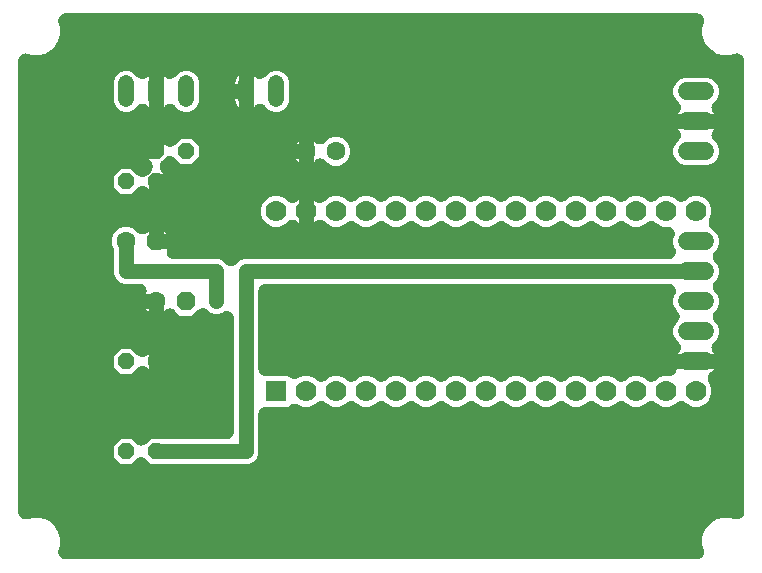
<source format=gbr>
G04 EAGLE Gerber RS-274X export*
G75*
%MOMM*%
%FSLAX34Y34*%
%LPD*%
%INBottom Copper*%
%IPPOS*%
%AMOC8*
5,1,8,0,0,1.08239X$1,22.5*%
G01*
%ADD10C,1.320800*%
%ADD11P,1.732040X8X202.500000*%
%ADD12C,1.600200*%
%ADD13P,1.732040X8X22.500000*%
%ADD14P,1.429621X8X22.500000*%
%ADD15P,1.429621X8X292.500000*%
%ADD16R,1.778000X1.778000*%
%ADD17C,1.778000*%
%ADD18C,1.524000*%
%ADD19C,1.270000*%
%ADD20C,1.206400*%

G36*
X584658Y10168D02*
X584658Y10168D01*
X584779Y10165D01*
X585013Y10188D01*
X585248Y10201D01*
X585368Y10221D01*
X585489Y10232D01*
X585719Y10281D01*
X585951Y10320D01*
X586067Y10354D01*
X586186Y10379D01*
X586409Y10452D01*
X586635Y10517D01*
X586747Y10564D01*
X586862Y10602D01*
X587076Y10700D01*
X587293Y10790D01*
X587399Y10849D01*
X587510Y10900D01*
X587711Y11021D01*
X587917Y11135D01*
X588015Y11205D01*
X588119Y11268D01*
X588306Y11412D01*
X588498Y11547D01*
X588588Y11628D01*
X588684Y11702D01*
X588853Y11866D01*
X589029Y12022D01*
X589109Y12113D01*
X589197Y12197D01*
X589346Y12379D01*
X589503Y12554D01*
X589573Y12653D01*
X589650Y12746D01*
X589779Y12943D01*
X589915Y13135D01*
X589974Y13242D01*
X590040Y13343D01*
X590145Y13553D01*
X590259Y13759D01*
X590306Y13871D01*
X590360Y13979D01*
X590442Y14200D01*
X590531Y14417D01*
X590565Y14534D01*
X590607Y14648D01*
X590663Y14876D01*
X590728Y15102D01*
X590748Y15222D01*
X590777Y15339D01*
X590808Y15572D01*
X590847Y15804D01*
X590854Y15925D01*
X590869Y16046D01*
X590873Y16281D01*
X590886Y16516D01*
X590879Y16637D01*
X590881Y16758D01*
X590859Y16993D01*
X590846Y17227D01*
X590825Y17346D01*
X590814Y17467D01*
X590764Y17704D01*
X590726Y17929D01*
X590694Y18039D01*
X590670Y18153D01*
X589439Y22746D01*
X589439Y28054D01*
X590813Y33182D01*
X593467Y37779D01*
X597221Y41533D01*
X601818Y44187D01*
X606946Y45561D01*
X612254Y45561D01*
X617026Y44282D01*
X617146Y44257D01*
X617264Y44223D01*
X617494Y44184D01*
X617723Y44137D01*
X617845Y44125D01*
X617966Y44105D01*
X618200Y44092D01*
X618433Y44070D01*
X618555Y44073D01*
X618677Y44066D01*
X618911Y44079D01*
X619145Y44084D01*
X619266Y44100D01*
X619389Y44107D01*
X619619Y44146D01*
X619851Y44177D01*
X619970Y44206D01*
X620091Y44227D01*
X620315Y44292D01*
X620543Y44348D01*
X620658Y44391D01*
X620775Y44425D01*
X620991Y44515D01*
X621210Y44597D01*
X621320Y44652D01*
X621433Y44699D01*
X621638Y44812D01*
X621846Y44918D01*
X621949Y44985D01*
X622056Y45045D01*
X622247Y45180D01*
X622442Y45308D01*
X622536Y45387D01*
X622636Y45458D01*
X622811Y45614D01*
X622990Y45763D01*
X623075Y45851D01*
X623167Y45933D01*
X623322Y46108D01*
X623484Y46277D01*
X623559Y46374D01*
X623640Y46465D01*
X623775Y46656D01*
X623918Y46842D01*
X623981Y46947D01*
X624052Y47047D01*
X624164Y47252D01*
X624285Y47453D01*
X624336Y47564D01*
X624395Y47671D01*
X624484Y47888D01*
X624581Y48100D01*
X624620Y48217D01*
X624666Y48330D01*
X624731Y48555D01*
X624804Y48777D01*
X624828Y48897D01*
X624862Y49015D01*
X624901Y49246D01*
X624948Y49475D01*
X624960Y49597D01*
X624980Y49718D01*
X624993Y49957D01*
X625014Y50184D01*
X625012Y50300D01*
X625018Y50418D01*
X624860Y432145D01*
X624853Y432265D01*
X624856Y432385D01*
X624833Y432620D01*
X624820Y432856D01*
X624800Y432975D01*
X624788Y433094D01*
X624740Y433326D01*
X624700Y433559D01*
X624667Y433674D01*
X624642Y433791D01*
X624568Y434016D01*
X624503Y434243D01*
X624457Y434354D01*
X624419Y434468D01*
X624320Y434683D01*
X624230Y434901D01*
X624172Y435006D01*
X624121Y435115D01*
X623999Y435318D01*
X623884Y435525D01*
X623815Y435622D01*
X623753Y435725D01*
X623609Y435912D01*
X623472Y436105D01*
X623392Y436195D01*
X623319Y436290D01*
X623154Y436460D01*
X622997Y436636D01*
X622907Y436716D01*
X622824Y436802D01*
X622641Y436953D01*
X622465Y437110D01*
X622367Y437180D01*
X622275Y437256D01*
X622076Y437385D01*
X621884Y437522D01*
X621779Y437580D01*
X621678Y437645D01*
X621467Y437752D01*
X621260Y437866D01*
X621149Y437912D01*
X621042Y437966D01*
X620820Y438048D01*
X620601Y438138D01*
X620486Y438171D01*
X620373Y438212D01*
X620144Y438269D01*
X619916Y438334D01*
X619798Y438354D01*
X619682Y438383D01*
X619447Y438413D01*
X619214Y438453D01*
X619094Y438459D01*
X618975Y438475D01*
X618739Y438479D01*
X618503Y438492D01*
X618383Y438485D01*
X618263Y438487D01*
X618027Y438464D01*
X617791Y438451D01*
X617673Y438431D01*
X617554Y438419D01*
X617316Y438369D01*
X617089Y438331D01*
X616981Y438299D01*
X616868Y438275D01*
X612254Y437039D01*
X606946Y437039D01*
X601818Y438413D01*
X597221Y441067D01*
X593467Y444821D01*
X590813Y449418D01*
X589439Y454546D01*
X589439Y459854D01*
X590670Y464447D01*
X590695Y464565D01*
X590728Y464682D01*
X590767Y464914D01*
X590815Y465144D01*
X590827Y465265D01*
X590847Y465384D01*
X590860Y465619D01*
X590882Y465853D01*
X590880Y465975D01*
X590886Y466096D01*
X590873Y466330D01*
X590868Y466566D01*
X590852Y466686D01*
X590846Y466807D01*
X590806Y467039D01*
X590775Y467272D01*
X590746Y467390D01*
X590726Y467509D01*
X590660Y467735D01*
X590604Y467963D01*
X590561Y468077D01*
X590528Y468194D01*
X590438Y468410D01*
X590355Y468631D01*
X590301Y468740D01*
X590254Y468851D01*
X590140Y469057D01*
X590034Y469267D01*
X589968Y469368D01*
X589909Y469475D01*
X589773Y469666D01*
X589644Y469863D01*
X589566Y469956D01*
X589496Y470055D01*
X589339Y470230D01*
X589189Y470411D01*
X589101Y470495D01*
X589020Y470586D01*
X588845Y470742D01*
X588675Y470905D01*
X588579Y470979D01*
X588489Y471060D01*
X588296Y471196D01*
X588110Y471339D01*
X588006Y471401D01*
X587907Y471471D01*
X587701Y471584D01*
X587499Y471706D01*
X587389Y471756D01*
X587283Y471815D01*
X587066Y471904D01*
X586852Y472002D01*
X586736Y472040D01*
X586624Y472086D01*
X586398Y472151D01*
X586175Y472224D01*
X586056Y472249D01*
X585939Y472282D01*
X585708Y472321D01*
X585477Y472369D01*
X585356Y472380D01*
X585237Y472401D01*
X584997Y472414D01*
X584768Y472435D01*
X584654Y472433D01*
X584537Y472439D01*
X50463Y472439D01*
X50342Y472432D01*
X50221Y472435D01*
X49987Y472412D01*
X49752Y472399D01*
X49632Y472379D01*
X49511Y472368D01*
X49281Y472319D01*
X49049Y472280D01*
X48933Y472246D01*
X48814Y472221D01*
X48591Y472148D01*
X48365Y472083D01*
X48253Y472036D01*
X48138Y471998D01*
X47924Y471900D01*
X47707Y471810D01*
X47601Y471751D01*
X47490Y471700D01*
X47289Y471579D01*
X47083Y471465D01*
X46985Y471395D01*
X46881Y471332D01*
X46694Y471188D01*
X46502Y471053D01*
X46412Y470972D01*
X46316Y470898D01*
X46147Y470734D01*
X45971Y470578D01*
X45891Y470487D01*
X45803Y470403D01*
X45654Y470221D01*
X45497Y470046D01*
X45427Y469947D01*
X45350Y469854D01*
X45221Y469657D01*
X45085Y469465D01*
X45026Y469358D01*
X44960Y469257D01*
X44855Y469047D01*
X44741Y468841D01*
X44694Y468729D01*
X44640Y468621D01*
X44558Y468400D01*
X44469Y468183D01*
X44435Y468066D01*
X44393Y467952D01*
X44337Y467724D01*
X44272Y467498D01*
X44252Y467378D01*
X44223Y467261D01*
X44192Y467028D01*
X44153Y466796D01*
X44146Y466675D01*
X44131Y466554D01*
X44127Y466319D01*
X44114Y466084D01*
X44121Y465963D01*
X44119Y465842D01*
X44141Y465607D01*
X44154Y465373D01*
X44175Y465254D01*
X44186Y465133D01*
X44236Y464896D01*
X44274Y464671D01*
X44306Y464561D01*
X44330Y464447D01*
X45561Y459854D01*
X45561Y454546D01*
X44187Y449418D01*
X41533Y444821D01*
X37779Y441067D01*
X33182Y438413D01*
X28054Y437039D01*
X22746Y437039D01*
X18153Y438270D01*
X18035Y438295D01*
X17918Y438328D01*
X17686Y438367D01*
X17456Y438415D01*
X17335Y438427D01*
X17216Y438447D01*
X16981Y438460D01*
X16747Y438482D01*
X16625Y438480D01*
X16504Y438486D01*
X16270Y438473D01*
X16034Y438468D01*
X15914Y438452D01*
X15793Y438446D01*
X15561Y438406D01*
X15328Y438375D01*
X15210Y438346D01*
X15091Y438326D01*
X14865Y438260D01*
X14637Y438204D01*
X14523Y438161D01*
X14406Y438128D01*
X14190Y438037D01*
X13969Y437955D01*
X13860Y437901D01*
X13749Y437854D01*
X13543Y437740D01*
X13333Y437634D01*
X13232Y437568D01*
X13125Y437509D01*
X12934Y437373D01*
X12737Y437244D01*
X12644Y437166D01*
X12545Y437096D01*
X12370Y436939D01*
X12189Y436789D01*
X12105Y436701D01*
X12014Y436620D01*
X11858Y436445D01*
X11695Y436275D01*
X11621Y436179D01*
X11540Y436089D01*
X11404Y435896D01*
X11261Y435710D01*
X11199Y435606D01*
X11129Y435507D01*
X11016Y435301D01*
X10894Y435099D01*
X10844Y434989D01*
X10785Y434883D01*
X10696Y434666D01*
X10598Y434452D01*
X10560Y434336D01*
X10514Y434224D01*
X10449Y433998D01*
X10376Y433775D01*
X10351Y433656D01*
X10318Y433539D01*
X10279Y433308D01*
X10231Y433077D01*
X10220Y432956D01*
X10199Y432837D01*
X10186Y432597D01*
X10165Y432368D01*
X10167Y432254D01*
X10161Y432137D01*
X10161Y50463D01*
X10168Y50342D01*
X10165Y50221D01*
X10188Y49987D01*
X10201Y49752D01*
X10221Y49632D01*
X10232Y49511D01*
X10281Y49281D01*
X10320Y49049D01*
X10354Y48933D01*
X10379Y48814D01*
X10452Y48591D01*
X10517Y48365D01*
X10564Y48253D01*
X10602Y48138D01*
X10700Y47924D01*
X10790Y47707D01*
X10849Y47601D01*
X10900Y47490D01*
X11021Y47289D01*
X11135Y47083D01*
X11205Y46985D01*
X11268Y46881D01*
X11412Y46694D01*
X11547Y46502D01*
X11628Y46412D01*
X11702Y46316D01*
X11866Y46147D01*
X12022Y45971D01*
X12113Y45891D01*
X12197Y45803D01*
X12379Y45654D01*
X12554Y45497D01*
X12653Y45427D01*
X12746Y45350D01*
X12943Y45221D01*
X13135Y45085D01*
X13242Y45026D01*
X13343Y44960D01*
X13553Y44855D01*
X13759Y44741D01*
X13871Y44694D01*
X13979Y44640D01*
X14200Y44558D01*
X14417Y44469D01*
X14534Y44435D01*
X14648Y44393D01*
X14876Y44337D01*
X15102Y44272D01*
X15222Y44252D01*
X15339Y44223D01*
X15572Y44192D01*
X15804Y44153D01*
X15925Y44146D01*
X16046Y44131D01*
X16281Y44127D01*
X16516Y44114D01*
X16637Y44121D01*
X16758Y44119D01*
X16993Y44141D01*
X17227Y44154D01*
X17346Y44175D01*
X17467Y44186D01*
X17704Y44236D01*
X17929Y44274D01*
X18039Y44306D01*
X18153Y44330D01*
X22746Y45561D01*
X28054Y45561D01*
X33182Y44187D01*
X37779Y41533D01*
X41533Y37779D01*
X44187Y33182D01*
X45561Y28054D01*
X45561Y22746D01*
X44330Y18153D01*
X44305Y18035D01*
X44272Y17918D01*
X44233Y17686D01*
X44185Y17456D01*
X44173Y17335D01*
X44153Y17216D01*
X44140Y16981D01*
X44118Y16747D01*
X44120Y16625D01*
X44114Y16504D01*
X44127Y16270D01*
X44132Y16034D01*
X44148Y15914D01*
X44154Y15793D01*
X44194Y15561D01*
X44225Y15328D01*
X44254Y15210D01*
X44274Y15091D01*
X44340Y14865D01*
X44396Y14637D01*
X44439Y14523D01*
X44472Y14406D01*
X44563Y14190D01*
X44645Y13969D01*
X44699Y13860D01*
X44746Y13749D01*
X44860Y13542D01*
X44966Y13333D01*
X45032Y13232D01*
X45091Y13125D01*
X45227Y12934D01*
X45356Y12737D01*
X45434Y12644D01*
X45504Y12545D01*
X45661Y12370D01*
X45811Y12189D01*
X45899Y12105D01*
X45980Y12014D01*
X46155Y11858D01*
X46325Y11695D01*
X46421Y11621D01*
X46511Y11540D01*
X46704Y11404D01*
X46890Y11261D01*
X46994Y11199D01*
X47093Y11129D01*
X47299Y11016D01*
X47501Y10894D01*
X47611Y10844D01*
X47717Y10785D01*
X47934Y10696D01*
X48148Y10598D01*
X48264Y10560D01*
X48376Y10514D01*
X48602Y10449D01*
X48825Y10376D01*
X48944Y10351D01*
X49061Y10318D01*
X49292Y10279D01*
X49523Y10231D01*
X49644Y10220D01*
X49763Y10199D01*
X50003Y10186D01*
X50232Y10165D01*
X50346Y10167D01*
X50463Y10161D01*
X584537Y10161D01*
X584658Y10168D01*
G37*
%LPC*%
G36*
X122607Y90929D02*
X122607Y90929D01*
X118790Y94747D01*
X118787Y94749D01*
X118786Y94751D01*
X118528Y94981D01*
X118258Y95222D01*
X118256Y95224D01*
X118254Y95225D01*
X117964Y95430D01*
X117677Y95634D01*
X117675Y95635D01*
X117672Y95637D01*
X117344Y95818D01*
X117054Y95978D01*
X117051Y95979D01*
X117049Y95981D01*
X116718Y96117D01*
X116395Y96251D01*
X116393Y96252D01*
X116390Y96253D01*
X116052Y96350D01*
X115711Y96448D01*
X115708Y96448D01*
X115705Y96449D01*
X115343Y96510D01*
X115008Y96567D01*
X115006Y96567D01*
X115003Y96568D01*
X114637Y96588D01*
X114297Y96607D01*
X114294Y96607D01*
X114291Y96607D01*
X113940Y96586D01*
X113586Y96566D01*
X113583Y96566D01*
X113580Y96566D01*
X113234Y96506D01*
X112884Y96447D01*
X112881Y96446D01*
X112878Y96445D01*
X112541Y96348D01*
X112199Y96249D01*
X112196Y96248D01*
X112194Y96247D01*
X111870Y96112D01*
X111541Y95976D01*
X111539Y95975D01*
X111536Y95973D01*
X111228Y95803D01*
X110918Y95631D01*
X110915Y95629D01*
X110913Y95628D01*
X110625Y95423D01*
X110337Y95218D01*
X110335Y95216D01*
X110333Y95215D01*
X109810Y94747D01*
X106059Y90995D01*
X97273Y90995D01*
X91061Y97207D01*
X91061Y105993D01*
X97273Y112205D01*
X106059Y112205D01*
X109876Y108387D01*
X109879Y108385D01*
X109880Y108383D01*
X110147Y108145D01*
X110408Y107912D01*
X110410Y107911D01*
X110412Y107909D01*
X110709Y107698D01*
X110989Y107500D01*
X110991Y107499D01*
X110994Y107497D01*
X111308Y107323D01*
X111612Y107156D01*
X111615Y107155D01*
X111617Y107153D01*
X111948Y107017D01*
X112270Y106883D01*
X112273Y106882D01*
X112276Y106881D01*
X112614Y106784D01*
X112955Y106686D01*
X112958Y106686D01*
X112961Y106685D01*
X113326Y106623D01*
X113658Y106567D01*
X113660Y106567D01*
X113663Y106566D01*
X114029Y106546D01*
X114369Y106527D01*
X114372Y106527D01*
X114375Y106527D01*
X114726Y106548D01*
X115080Y106568D01*
X115083Y106568D01*
X115086Y106568D01*
X115429Y106627D01*
X115782Y106687D01*
X115785Y106688D01*
X115788Y106689D01*
X116141Y106791D01*
X116467Y106885D01*
X116469Y106886D01*
X116472Y106887D01*
X116805Y107025D01*
X117125Y107158D01*
X117127Y107159D01*
X117130Y107161D01*
X117438Y107331D01*
X117748Y107503D01*
X117750Y107505D01*
X117753Y107506D01*
X118038Y107709D01*
X118329Y107916D01*
X118331Y107918D01*
X118333Y107919D01*
X118856Y108387D01*
X122607Y112139D01*
X132698Y112139D01*
X132800Y112109D01*
X132804Y112109D01*
X132808Y112108D01*
X133164Y112048D01*
X133502Y111990D01*
X133506Y111990D01*
X133511Y111989D01*
X134211Y111951D01*
X186500Y111951D01*
X186503Y111951D01*
X186506Y111951D01*
X186853Y111971D01*
X187211Y111991D01*
X187214Y111991D01*
X187217Y111991D01*
X187557Y112050D01*
X187914Y112110D01*
X187916Y112111D01*
X187919Y112111D01*
X188264Y112211D01*
X188598Y112307D01*
X188601Y112309D01*
X188604Y112309D01*
X188928Y112444D01*
X189256Y112580D01*
X189259Y112582D01*
X189261Y112583D01*
X189573Y112755D01*
X189880Y112925D01*
X189882Y112927D01*
X189885Y112928D01*
X190176Y113135D01*
X190461Y113337D01*
X190463Y113339D01*
X190465Y113341D01*
X190733Y113581D01*
X190992Y113812D01*
X190994Y113815D01*
X190996Y113816D01*
X191234Y114084D01*
X191466Y114344D01*
X191468Y114346D01*
X191470Y114348D01*
X191668Y114629D01*
X191878Y114925D01*
X191880Y114928D01*
X191881Y114930D01*
X192044Y115226D01*
X192222Y115549D01*
X192223Y115552D01*
X192225Y115554D01*
X192356Y115872D01*
X192494Y116207D01*
X192495Y116210D01*
X192496Y116213D01*
X192591Y116542D01*
X192691Y116892D01*
X192692Y116895D01*
X192692Y116897D01*
X192752Y117251D01*
X192810Y117594D01*
X192810Y117597D01*
X192811Y117600D01*
X192849Y118300D01*
X192849Y214128D01*
X192839Y214308D01*
X192839Y214488D01*
X192819Y214663D01*
X192809Y214839D01*
X192779Y215017D01*
X192759Y215196D01*
X192719Y215368D01*
X192690Y215541D01*
X192640Y215715D01*
X192600Y215891D01*
X192541Y216057D01*
X192493Y216226D01*
X192424Y216392D01*
X192364Y216563D01*
X192287Y216721D01*
X192220Y216884D01*
X192132Y217042D01*
X192054Y217204D01*
X191960Y217353D01*
X191875Y217507D01*
X191771Y217654D01*
X191674Y217807D01*
X191564Y217945D01*
X191463Y218088D01*
X191343Y218223D01*
X191230Y218364D01*
X191105Y218488D01*
X190988Y218619D01*
X190853Y218739D01*
X190725Y218867D01*
X190587Y218977D01*
X190456Y219094D01*
X190309Y219198D01*
X190168Y219310D01*
X190019Y219404D01*
X189875Y219506D01*
X189717Y219593D01*
X189564Y219689D01*
X189405Y219765D01*
X189251Y219850D01*
X189084Y219919D01*
X188922Y219997D01*
X188756Y220055D01*
X188593Y220122D01*
X188419Y220172D01*
X188249Y220231D01*
X188077Y220270D01*
X187908Y220319D01*
X187730Y220349D01*
X187554Y220389D01*
X187379Y220408D01*
X187206Y220438D01*
X187026Y220448D01*
X186846Y220468D01*
X186670Y220467D01*
X186494Y220477D01*
X186314Y220467D01*
X186134Y220466D01*
X185959Y220446D01*
X185783Y220436D01*
X185605Y220406D01*
X185426Y220385D01*
X185254Y220346D01*
X185081Y220316D01*
X184908Y220266D01*
X184732Y220226D01*
X184563Y220167D01*
X184396Y220118D01*
X184238Y220052D01*
X184070Y219994D01*
X179859Y218249D01*
X175741Y218249D01*
X171937Y219825D01*
X170790Y220972D01*
X170788Y220974D01*
X170786Y220976D01*
X170526Y221208D01*
X170259Y221447D01*
X170256Y221448D01*
X170254Y221450D01*
X169978Y221646D01*
X169678Y221859D01*
X169675Y221860D01*
X169673Y221862D01*
X169367Y222030D01*
X169054Y222203D01*
X169051Y222204D01*
X169049Y222206D01*
X168730Y222337D01*
X168396Y222476D01*
X168393Y222477D01*
X168390Y222478D01*
X168055Y222574D01*
X167711Y222673D01*
X167708Y222673D01*
X167706Y222674D01*
X167352Y222734D01*
X167009Y222792D01*
X167006Y222792D01*
X167003Y222792D01*
X166640Y222812D01*
X166298Y222831D01*
X166295Y222831D01*
X166292Y222831D01*
X165938Y222811D01*
X165586Y222791D01*
X165583Y222791D01*
X165581Y222791D01*
X165229Y222730D01*
X164884Y222671D01*
X164881Y222671D01*
X164878Y222670D01*
X164548Y222575D01*
X164200Y222474D01*
X164197Y222473D01*
X164194Y222472D01*
X163873Y222338D01*
X163542Y222201D01*
X163539Y222199D01*
X163536Y222198D01*
X163213Y222019D01*
X162918Y221856D01*
X162916Y221854D01*
X162913Y221853D01*
X162621Y221644D01*
X162338Y221443D01*
X162335Y221441D01*
X162333Y221439D01*
X161811Y220972D01*
X157371Y216532D01*
X147429Y216532D01*
X143157Y220804D01*
X143155Y220806D01*
X143153Y220808D01*
X142878Y221053D01*
X142626Y221278D01*
X142624Y221280D01*
X142622Y221282D01*
X142324Y221492D01*
X142045Y221691D01*
X142042Y221692D01*
X142040Y221694D01*
X141734Y221863D01*
X141421Y222035D01*
X141419Y222036D01*
X141416Y222038D01*
X141086Y222174D01*
X140763Y222308D01*
X140760Y222308D01*
X140758Y222310D01*
X140420Y222406D01*
X140079Y222505D01*
X140076Y222505D01*
X140073Y222506D01*
X139708Y222567D01*
X139376Y222624D01*
X139373Y222624D01*
X139370Y222624D01*
X139005Y222644D01*
X138665Y222663D01*
X138662Y222663D01*
X138659Y222663D01*
X138308Y222643D01*
X137954Y222623D01*
X137951Y222623D01*
X137948Y222622D01*
X137605Y222564D01*
X137251Y222503D01*
X137248Y222503D01*
X137246Y222502D01*
X136893Y222400D01*
X136567Y222306D01*
X136564Y222305D01*
X136561Y222304D01*
X136229Y222165D01*
X135909Y222033D01*
X135906Y222031D01*
X135904Y222030D01*
X135589Y221856D01*
X135286Y221688D01*
X135283Y221686D01*
X135281Y221685D01*
X134996Y221482D01*
X134705Y221275D01*
X134703Y221273D01*
X134700Y221271D01*
X134178Y220804D01*
X133966Y220591D01*
X133349Y220118D01*
X133349Y228534D01*
X133349Y228537D01*
X133349Y228539D01*
X133330Y228879D01*
X133309Y229245D01*
X133309Y229248D01*
X133309Y229251D01*
X133251Y229591D01*
X133190Y229947D01*
X133189Y229950D01*
X133189Y229953D01*
X133091Y230292D01*
X132993Y230632D01*
X132992Y230634D01*
X132991Y230637D01*
X132861Y230951D01*
X132720Y231290D01*
X132718Y231293D01*
X132717Y231295D01*
X132545Y231607D01*
X132375Y231913D01*
X132374Y231916D01*
X132372Y231918D01*
X132161Y232215D01*
X131963Y232494D01*
X131961Y232496D01*
X131959Y232499D01*
X131719Y232767D01*
X131488Y233025D01*
X131487Y233026D01*
X131485Y233027D01*
X131484Y233029D01*
X131483Y233029D01*
X131483Y233030D01*
X131216Y233268D01*
X130956Y233500D01*
X130953Y233502D01*
X130951Y233504D01*
X130677Y233698D01*
X130375Y233912D01*
X130372Y233914D01*
X130370Y233915D01*
X130073Y234078D01*
X129751Y234256D01*
X129748Y234258D01*
X129746Y234259D01*
X129427Y234390D01*
X129092Y234529D01*
X129090Y234529D01*
X129087Y234530D01*
X128758Y234625D01*
X128408Y234725D01*
X128405Y234726D01*
X128402Y234727D01*
X128048Y234786D01*
X127705Y234844D01*
X127703Y234844D01*
X127700Y234845D01*
X127000Y234883D01*
X118422Y234883D01*
X118460Y234986D01*
X118551Y235207D01*
X118584Y235320D01*
X118624Y235429D01*
X118682Y235662D01*
X118748Y235892D01*
X118768Y236007D01*
X118796Y236121D01*
X118827Y236358D01*
X118867Y236594D01*
X118873Y236711D01*
X118889Y236827D01*
X118893Y237066D01*
X118906Y237306D01*
X118900Y237422D01*
X118902Y237539D01*
X118879Y237778D01*
X118866Y238017D01*
X118846Y238132D01*
X118835Y238249D01*
X118786Y238483D01*
X118746Y238719D01*
X118713Y238831D01*
X118689Y238946D01*
X118614Y239173D01*
X118548Y239404D01*
X118503Y239512D01*
X118466Y239623D01*
X118366Y239840D01*
X118274Y240061D01*
X118218Y240164D01*
X118169Y240270D01*
X118045Y240475D01*
X117929Y240685D01*
X117861Y240780D01*
X117801Y240880D01*
X117655Y241070D01*
X117516Y241265D01*
X117438Y241352D01*
X117367Y241445D01*
X117200Y241617D01*
X117041Y241796D01*
X116953Y241873D01*
X116872Y241958D01*
X116687Y242110D01*
X116509Y242270D01*
X116413Y242337D01*
X116323Y242412D01*
X116123Y242543D01*
X115927Y242681D01*
X115825Y242737D01*
X115727Y242801D01*
X115513Y242909D01*
X115303Y243025D01*
X115195Y243069D01*
X115091Y243122D01*
X114866Y243205D01*
X114644Y243296D01*
X114532Y243328D01*
X114422Y243369D01*
X114190Y243427D01*
X113960Y243492D01*
X113844Y243512D01*
X113731Y243540D01*
X113494Y243571D01*
X113257Y243611D01*
X113139Y243617D01*
X113024Y243632D01*
X112796Y243636D01*
X112557Y243649D01*
X99541Y243649D01*
X95737Y245225D01*
X92825Y248137D01*
X91249Y251941D01*
X91249Y271830D01*
X91239Y272013D01*
X91239Y272196D01*
X91219Y272368D01*
X91209Y272541D01*
X91179Y272722D01*
X91158Y272904D01*
X91119Y273073D01*
X91090Y273244D01*
X91039Y273420D01*
X90998Y273598D01*
X90940Y273764D01*
X90893Y273928D01*
X90826Y274089D01*
X90766Y274260D01*
X89598Y277079D01*
X89598Y281853D01*
X91425Y286264D01*
X94802Y289641D01*
X99213Y291468D01*
X103987Y291468D01*
X108398Y289641D01*
X110843Y287196D01*
X110845Y287194D01*
X110847Y287192D01*
X111114Y286954D01*
X111374Y286722D01*
X111376Y286720D01*
X111379Y286718D01*
X111667Y286514D01*
X111955Y286309D01*
X111957Y286308D01*
X111960Y286306D01*
X112290Y286124D01*
X112579Y285965D01*
X112581Y285964D01*
X112584Y285962D01*
X112917Y285825D01*
X113237Y285692D01*
X113240Y285692D01*
X113242Y285690D01*
X113587Y285592D01*
X113922Y285495D01*
X113924Y285495D01*
X113927Y285494D01*
X114283Y285434D01*
X114624Y285376D01*
X114627Y285376D01*
X114630Y285376D01*
X114994Y285356D01*
X115335Y285337D01*
X115338Y285337D01*
X115341Y285337D01*
X115694Y285357D01*
X116046Y285377D01*
X116049Y285377D01*
X116052Y285377D01*
X116404Y285438D01*
X116749Y285497D01*
X116751Y285497D01*
X116754Y285498D01*
X117085Y285594D01*
X117433Y285694D01*
X117436Y285695D01*
X117439Y285696D01*
X117760Y285830D01*
X118091Y285967D01*
X118094Y285969D01*
X118096Y285970D01*
X118409Y286143D01*
X118715Y286312D01*
X118717Y286314D01*
X118719Y286315D01*
X119012Y286524D01*
X119295Y286725D01*
X119297Y286727D01*
X119300Y286729D01*
X119822Y287196D01*
X120651Y288025D01*
X120651Y279466D01*
X120651Y279463D01*
X120651Y279461D01*
X120670Y279113D01*
X120691Y278755D01*
X120691Y278752D01*
X120691Y278749D01*
X120749Y278409D01*
X120810Y278053D01*
X120811Y278050D01*
X120811Y278047D01*
X120911Y277702D01*
X121007Y277368D01*
X121008Y277366D01*
X121009Y277363D01*
X121144Y277039D01*
X121280Y276710D01*
X121281Y276707D01*
X121283Y276705D01*
X121455Y276393D01*
X121625Y276087D01*
X121626Y276084D01*
X121628Y276082D01*
X121841Y275782D01*
X122037Y275506D01*
X122039Y275504D01*
X122041Y275501D01*
X122285Y275228D01*
X122512Y274975D01*
X122513Y274974D01*
X122515Y274973D01*
X122516Y274971D01*
X122517Y274970D01*
X122791Y274726D01*
X123044Y274500D01*
X123047Y274498D01*
X123049Y274496D01*
X123329Y274298D01*
X123625Y274088D01*
X123628Y274086D01*
X123630Y274085D01*
X123927Y273922D01*
X124249Y273744D01*
X124252Y273742D01*
X124254Y273741D01*
X124573Y273610D01*
X124908Y273471D01*
X124910Y273471D01*
X124913Y273470D01*
X125242Y273375D01*
X125592Y273275D01*
X125595Y273274D01*
X125598Y273273D01*
X125952Y273214D01*
X126295Y273156D01*
X126297Y273156D01*
X126300Y273155D01*
X127000Y273117D01*
X136261Y273117D01*
X136241Y273070D01*
X136128Y272796D01*
X136128Y272794D01*
X136127Y272793D01*
X136020Y272421D01*
X135931Y272111D01*
X135931Y272110D01*
X135930Y272108D01*
X135871Y271757D01*
X135812Y271408D01*
X135812Y271407D01*
X135811Y271406D01*
X135792Y271049D01*
X135772Y270697D01*
X135772Y270696D01*
X135772Y270694D01*
X135792Y270348D01*
X135812Y269986D01*
X135813Y269984D01*
X135813Y269983D01*
X135871Y269640D01*
X135932Y269284D01*
X135933Y269282D01*
X135933Y269281D01*
X136030Y268945D01*
X136130Y268599D01*
X136130Y268598D01*
X136131Y268596D01*
X136265Y268273D01*
X136403Y267941D01*
X136404Y267940D01*
X136404Y267939D01*
X136581Y267620D01*
X136748Y267318D01*
X136749Y267317D01*
X136749Y267315D01*
X136951Y267032D01*
X137161Y266737D01*
X137162Y266736D01*
X137162Y266735D01*
X137372Y266501D01*
X137636Y266206D01*
X137637Y266205D01*
X137638Y266204D01*
X137924Y265949D01*
X138167Y265732D01*
X138168Y265731D01*
X138170Y265730D01*
X138481Y265510D01*
X138749Y265320D01*
X138750Y265320D01*
X138751Y265319D01*
X139053Y265153D01*
X139373Y264977D01*
X139374Y264976D01*
X139375Y264975D01*
X139713Y264836D01*
X140031Y264705D01*
X140033Y264704D01*
X140034Y264704D01*
X140375Y264606D01*
X140716Y264508D01*
X140718Y264508D01*
X140719Y264508D01*
X141082Y264447D01*
X141419Y264390D01*
X141420Y264390D01*
X141421Y264389D01*
X142121Y264351D01*
X179859Y264351D01*
X183663Y262775D01*
X186010Y260428D01*
X186012Y260426D01*
X186014Y260424D01*
X186282Y260185D01*
X186542Y259953D01*
X186544Y259951D01*
X186546Y259949D01*
X186839Y259742D01*
X187123Y259541D01*
X187125Y259540D01*
X187128Y259538D01*
X187448Y259361D01*
X187746Y259196D01*
X187749Y259195D01*
X187751Y259194D01*
X188097Y259051D01*
X188404Y258924D01*
X188407Y258923D01*
X188410Y258922D01*
X188763Y258821D01*
X189089Y258727D01*
X189092Y258726D01*
X189095Y258726D01*
X189456Y258665D01*
X189791Y258608D01*
X189794Y258608D01*
X189797Y258607D01*
X190162Y258587D01*
X190503Y258568D01*
X190506Y258568D01*
X190509Y258568D01*
X190861Y258588D01*
X191214Y258608D01*
X191217Y258609D01*
X191220Y258609D01*
X191566Y258668D01*
X191916Y258728D01*
X191919Y258729D01*
X191922Y258729D01*
X192263Y258828D01*
X192601Y258926D01*
X192603Y258927D01*
X192606Y258928D01*
X192937Y259065D01*
X193259Y259199D01*
X193261Y259200D01*
X193264Y259201D01*
X193579Y259376D01*
X193882Y259544D01*
X193884Y259546D01*
X193887Y259547D01*
X194180Y259755D01*
X194463Y259957D01*
X194465Y259959D01*
X194467Y259960D01*
X194990Y260428D01*
X197337Y262775D01*
X201141Y264351D01*
X560733Y264351D01*
X560913Y264361D01*
X561094Y264361D01*
X561269Y264381D01*
X561444Y264391D01*
X561622Y264421D01*
X561801Y264441D01*
X561973Y264481D01*
X562147Y264510D01*
X562320Y264560D01*
X562496Y264600D01*
X562662Y264659D01*
X562831Y264707D01*
X562998Y264776D01*
X563168Y264836D01*
X563327Y264913D01*
X563489Y264980D01*
X563647Y265068D01*
X563810Y265146D01*
X563959Y265240D01*
X564113Y265325D01*
X564260Y265429D01*
X564413Y265526D01*
X564550Y265636D01*
X564694Y265737D01*
X564828Y265857D01*
X564969Y265970D01*
X565094Y266095D01*
X565225Y266212D01*
X565345Y266347D01*
X565472Y266475D01*
X565582Y266613D01*
X565699Y266744D01*
X565804Y266891D01*
X565916Y267032D01*
X566009Y267181D01*
X566111Y267325D01*
X566198Y267483D01*
X566294Y267636D01*
X566370Y267795D01*
X566455Y267949D01*
X566524Y268116D01*
X566602Y268278D01*
X566660Y268444D01*
X566728Y268607D01*
X566777Y268781D01*
X566837Y268951D01*
X566876Y269123D01*
X566924Y269292D01*
X566954Y269470D01*
X566994Y269646D01*
X567014Y269821D01*
X567043Y269994D01*
X567053Y270174D01*
X567073Y270354D01*
X567073Y270530D01*
X567082Y270706D01*
X567072Y270886D01*
X567072Y271066D01*
X567052Y271241D01*
X567042Y271417D01*
X567011Y271595D01*
X566991Y271774D01*
X566951Y271946D01*
X566922Y272119D01*
X566872Y272292D01*
X566831Y272468D01*
X566772Y272637D01*
X566724Y272804D01*
X566658Y272962D01*
X566599Y273130D01*
X564959Y277089D01*
X564959Y281711D01*
X565547Y283130D01*
X565607Y283301D01*
X565675Y283467D01*
X565724Y283637D01*
X565782Y283803D01*
X565822Y283978D01*
X565872Y284152D01*
X565902Y284326D01*
X565941Y284497D01*
X565961Y284676D01*
X565991Y284854D01*
X566001Y285030D01*
X566020Y285205D01*
X566020Y285385D01*
X566030Y285566D01*
X566020Y285741D01*
X566020Y285918D01*
X566000Y286097D01*
X565990Y286277D01*
X565960Y286450D01*
X565940Y286626D01*
X565900Y286802D01*
X565870Y286979D01*
X565821Y287148D01*
X565781Y287320D01*
X565722Y287490D01*
X565672Y287664D01*
X565604Y287826D01*
X565546Y287992D01*
X565467Y288155D01*
X565398Y288321D01*
X565313Y288475D01*
X565236Y288634D01*
X565140Y288787D01*
X565053Y288945D01*
X564951Y289088D01*
X564857Y289237D01*
X564744Y289378D01*
X564640Y289525D01*
X564523Y289656D01*
X564413Y289794D01*
X564285Y289921D01*
X564165Y290056D01*
X564033Y290173D01*
X563909Y290297D01*
X563767Y290410D01*
X563633Y290530D01*
X563489Y290631D01*
X563351Y290741D01*
X563198Y290837D01*
X563051Y290941D01*
X562897Y291026D01*
X562748Y291120D01*
X562585Y291198D01*
X562427Y291285D01*
X562264Y291352D01*
X562106Y291428D01*
X561935Y291488D01*
X561768Y291556D01*
X561599Y291605D01*
X561433Y291663D01*
X561257Y291703D01*
X561084Y291752D01*
X560910Y291782D01*
X560738Y291821D01*
X560559Y291841D01*
X560381Y291871D01*
X560202Y291880D01*
X560030Y291900D01*
X559858Y291899D01*
X559681Y291909D01*
X556236Y291909D01*
X551498Y293872D01*
X550590Y294780D01*
X550587Y294782D01*
X550585Y294784D01*
X550327Y295015D01*
X550058Y295255D01*
X550056Y295257D01*
X550054Y295258D01*
X549769Y295460D01*
X549477Y295667D01*
X549475Y295668D01*
X549472Y295670D01*
X549166Y295839D01*
X548854Y296012D01*
X548851Y296013D01*
X548849Y296014D01*
X548516Y296152D01*
X548195Y296284D01*
X548193Y296285D01*
X548190Y296286D01*
X547845Y296385D01*
X547511Y296481D01*
X547508Y296482D01*
X547505Y296482D01*
X547149Y296542D01*
X546808Y296600D01*
X546806Y296600D01*
X546803Y296601D01*
X546439Y296621D01*
X546097Y296640D01*
X546094Y296640D01*
X546091Y296640D01*
X545738Y296620D01*
X545386Y296600D01*
X545383Y296599D01*
X545380Y296599D01*
X545044Y296541D01*
X544684Y296480D01*
X544681Y296479D01*
X544678Y296479D01*
X544348Y296383D01*
X543999Y296282D01*
X543996Y296281D01*
X543994Y296280D01*
X543672Y296146D01*
X543341Y296009D01*
X543338Y296008D01*
X543336Y296007D01*
X543040Y295842D01*
X542718Y295664D01*
X542715Y295662D01*
X542713Y295661D01*
X542432Y295461D01*
X542137Y295251D01*
X542135Y295249D01*
X542133Y295248D01*
X541610Y294780D01*
X540702Y293872D01*
X535964Y291909D01*
X530836Y291909D01*
X526098Y293872D01*
X525190Y294780D01*
X525187Y294782D01*
X525185Y294784D01*
X524927Y295015D01*
X524658Y295255D01*
X524656Y295257D01*
X524654Y295258D01*
X524369Y295460D01*
X524077Y295667D01*
X524075Y295668D01*
X524072Y295670D01*
X523766Y295839D01*
X523454Y296012D01*
X523451Y296013D01*
X523449Y296014D01*
X523116Y296152D01*
X522795Y296284D01*
X522793Y296285D01*
X522790Y296286D01*
X522445Y296385D01*
X522111Y296481D01*
X522108Y296482D01*
X522105Y296482D01*
X521749Y296542D01*
X521408Y296600D01*
X521406Y296600D01*
X521403Y296601D01*
X521039Y296621D01*
X520697Y296640D01*
X520694Y296640D01*
X520691Y296640D01*
X520338Y296620D01*
X519986Y296600D01*
X519983Y296599D01*
X519980Y296599D01*
X519644Y296541D01*
X519284Y296480D01*
X519281Y296479D01*
X519278Y296479D01*
X518948Y296383D01*
X518599Y296282D01*
X518596Y296281D01*
X518594Y296280D01*
X518272Y296146D01*
X517941Y296009D01*
X517938Y296008D01*
X517936Y296007D01*
X517640Y295842D01*
X517318Y295664D01*
X517315Y295662D01*
X517313Y295661D01*
X517032Y295461D01*
X516737Y295251D01*
X516735Y295249D01*
X516733Y295248D01*
X516210Y294780D01*
X515302Y293872D01*
X510564Y291909D01*
X505436Y291909D01*
X500698Y293872D01*
X499790Y294780D01*
X499787Y294782D01*
X499785Y294784D01*
X499527Y295015D01*
X499258Y295255D01*
X499256Y295257D01*
X499254Y295258D01*
X498969Y295460D01*
X498677Y295667D01*
X498675Y295668D01*
X498672Y295670D01*
X498366Y295839D01*
X498054Y296012D01*
X498051Y296013D01*
X498049Y296014D01*
X497716Y296152D01*
X497395Y296284D01*
X497393Y296285D01*
X497390Y296286D01*
X497045Y296385D01*
X496711Y296481D01*
X496708Y296482D01*
X496705Y296482D01*
X496349Y296542D01*
X496008Y296600D01*
X496006Y296600D01*
X496003Y296601D01*
X495639Y296621D01*
X495297Y296640D01*
X495294Y296640D01*
X495291Y296640D01*
X494938Y296620D01*
X494586Y296600D01*
X494583Y296599D01*
X494580Y296599D01*
X494244Y296541D01*
X493884Y296480D01*
X493881Y296479D01*
X493878Y296479D01*
X493548Y296383D01*
X493199Y296282D01*
X493196Y296281D01*
X493194Y296280D01*
X492872Y296146D01*
X492541Y296009D01*
X492538Y296008D01*
X492536Y296007D01*
X492240Y295842D01*
X491918Y295664D01*
X491915Y295662D01*
X491913Y295661D01*
X491632Y295461D01*
X491337Y295251D01*
X491335Y295249D01*
X491333Y295248D01*
X490810Y294780D01*
X489902Y293872D01*
X485164Y291909D01*
X480036Y291909D01*
X475298Y293872D01*
X474390Y294780D01*
X474387Y294782D01*
X474385Y294784D01*
X474127Y295015D01*
X473858Y295255D01*
X473856Y295257D01*
X473854Y295258D01*
X473569Y295460D01*
X473277Y295667D01*
X473275Y295668D01*
X473272Y295670D01*
X472966Y295839D01*
X472654Y296012D01*
X472651Y296013D01*
X472649Y296014D01*
X472316Y296152D01*
X471995Y296284D01*
X471993Y296285D01*
X471990Y296286D01*
X471645Y296385D01*
X471311Y296481D01*
X471308Y296482D01*
X471305Y296482D01*
X470949Y296542D01*
X470608Y296600D01*
X470606Y296600D01*
X470603Y296601D01*
X470239Y296621D01*
X469897Y296640D01*
X469894Y296640D01*
X469891Y296640D01*
X469538Y296620D01*
X469186Y296600D01*
X469183Y296599D01*
X469180Y296599D01*
X468844Y296541D01*
X468484Y296480D01*
X468481Y296479D01*
X468478Y296479D01*
X468148Y296383D01*
X467799Y296282D01*
X467796Y296281D01*
X467794Y296280D01*
X467472Y296146D01*
X467141Y296009D01*
X467138Y296008D01*
X467136Y296007D01*
X466840Y295842D01*
X466518Y295664D01*
X466515Y295662D01*
X466513Y295661D01*
X466232Y295461D01*
X465937Y295251D01*
X465935Y295249D01*
X465933Y295248D01*
X465410Y294780D01*
X464502Y293872D01*
X459764Y291909D01*
X454636Y291909D01*
X449898Y293872D01*
X448990Y294780D01*
X448987Y294782D01*
X448985Y294784D01*
X448727Y295015D01*
X448458Y295255D01*
X448456Y295257D01*
X448454Y295258D01*
X448169Y295460D01*
X447877Y295667D01*
X447875Y295668D01*
X447872Y295670D01*
X447566Y295839D01*
X447254Y296012D01*
X447251Y296013D01*
X447249Y296014D01*
X446916Y296152D01*
X446595Y296284D01*
X446593Y296285D01*
X446590Y296286D01*
X446245Y296385D01*
X445911Y296481D01*
X445908Y296482D01*
X445905Y296482D01*
X445549Y296542D01*
X445208Y296600D01*
X445206Y296600D01*
X445203Y296601D01*
X444839Y296621D01*
X444497Y296640D01*
X444494Y296640D01*
X444491Y296640D01*
X444138Y296620D01*
X443786Y296600D01*
X443783Y296599D01*
X443780Y296599D01*
X443444Y296541D01*
X443084Y296480D01*
X443081Y296479D01*
X443078Y296479D01*
X442748Y296383D01*
X442399Y296282D01*
X442396Y296281D01*
X442394Y296280D01*
X442072Y296146D01*
X441741Y296009D01*
X441738Y296008D01*
X441736Y296007D01*
X441440Y295842D01*
X441118Y295664D01*
X441115Y295662D01*
X441113Y295661D01*
X440832Y295461D01*
X440537Y295251D01*
X440535Y295249D01*
X440533Y295248D01*
X440010Y294780D01*
X439102Y293872D01*
X434364Y291909D01*
X429236Y291909D01*
X424498Y293872D01*
X423590Y294780D01*
X423587Y294782D01*
X423585Y294784D01*
X423327Y295015D01*
X423058Y295255D01*
X423056Y295257D01*
X423054Y295258D01*
X422769Y295460D01*
X422477Y295667D01*
X422475Y295668D01*
X422472Y295670D01*
X422166Y295839D01*
X421854Y296012D01*
X421851Y296013D01*
X421849Y296014D01*
X421516Y296152D01*
X421195Y296284D01*
X421193Y296285D01*
X421190Y296286D01*
X420845Y296385D01*
X420511Y296481D01*
X420508Y296482D01*
X420505Y296482D01*
X420149Y296542D01*
X419808Y296600D01*
X419806Y296600D01*
X419803Y296601D01*
X419439Y296621D01*
X419097Y296640D01*
X419094Y296640D01*
X419091Y296640D01*
X418738Y296620D01*
X418386Y296600D01*
X418383Y296599D01*
X418380Y296599D01*
X418044Y296541D01*
X417684Y296480D01*
X417681Y296479D01*
X417678Y296479D01*
X417348Y296383D01*
X416999Y296282D01*
X416996Y296281D01*
X416994Y296280D01*
X416672Y296146D01*
X416341Y296009D01*
X416338Y296008D01*
X416336Y296007D01*
X416040Y295842D01*
X415718Y295664D01*
X415715Y295662D01*
X415713Y295661D01*
X415432Y295461D01*
X415137Y295251D01*
X415135Y295249D01*
X415133Y295248D01*
X414610Y294780D01*
X413702Y293872D01*
X408964Y291909D01*
X403836Y291909D01*
X399098Y293872D01*
X398190Y294780D01*
X398187Y294782D01*
X398185Y294784D01*
X397927Y295015D01*
X397658Y295255D01*
X397656Y295257D01*
X397654Y295258D01*
X397369Y295460D01*
X397077Y295667D01*
X397075Y295668D01*
X397072Y295670D01*
X396766Y295839D01*
X396454Y296012D01*
X396451Y296013D01*
X396449Y296014D01*
X396116Y296152D01*
X395795Y296284D01*
X395793Y296285D01*
X395790Y296286D01*
X395445Y296385D01*
X395111Y296481D01*
X395108Y296482D01*
X395105Y296482D01*
X394749Y296542D01*
X394408Y296600D01*
X394406Y296600D01*
X394403Y296601D01*
X394039Y296621D01*
X393697Y296640D01*
X393694Y296640D01*
X393691Y296640D01*
X393338Y296620D01*
X392986Y296600D01*
X392983Y296599D01*
X392980Y296599D01*
X392644Y296541D01*
X392284Y296480D01*
X392281Y296479D01*
X392278Y296479D01*
X391948Y296383D01*
X391599Y296282D01*
X391596Y296281D01*
X391594Y296280D01*
X391272Y296146D01*
X390941Y296009D01*
X390938Y296008D01*
X390936Y296007D01*
X390640Y295842D01*
X390318Y295664D01*
X390315Y295662D01*
X390313Y295661D01*
X390032Y295461D01*
X389737Y295251D01*
X389735Y295249D01*
X389733Y295248D01*
X389210Y294780D01*
X388302Y293872D01*
X383564Y291909D01*
X378436Y291909D01*
X373698Y293872D01*
X372790Y294780D01*
X372787Y294782D01*
X372785Y294784D01*
X372527Y295015D01*
X372258Y295255D01*
X372256Y295257D01*
X372254Y295258D01*
X371969Y295460D01*
X371677Y295667D01*
X371675Y295668D01*
X371672Y295670D01*
X371366Y295839D01*
X371054Y296012D01*
X371051Y296013D01*
X371049Y296014D01*
X370716Y296152D01*
X370395Y296284D01*
X370393Y296285D01*
X370390Y296286D01*
X370045Y296385D01*
X369711Y296481D01*
X369708Y296482D01*
X369705Y296482D01*
X369349Y296542D01*
X369008Y296600D01*
X369006Y296600D01*
X369003Y296601D01*
X368639Y296621D01*
X368297Y296640D01*
X368294Y296640D01*
X368291Y296640D01*
X367938Y296620D01*
X367586Y296600D01*
X367583Y296599D01*
X367580Y296599D01*
X367244Y296541D01*
X366884Y296480D01*
X366881Y296479D01*
X366878Y296479D01*
X366548Y296383D01*
X366199Y296282D01*
X366196Y296281D01*
X366194Y296280D01*
X365872Y296146D01*
X365541Y296009D01*
X365538Y296008D01*
X365536Y296007D01*
X365240Y295842D01*
X364918Y295664D01*
X364915Y295662D01*
X364913Y295661D01*
X364632Y295461D01*
X364337Y295251D01*
X364335Y295249D01*
X364333Y295248D01*
X363810Y294780D01*
X362902Y293872D01*
X358164Y291909D01*
X353036Y291909D01*
X348298Y293872D01*
X347390Y294780D01*
X347387Y294782D01*
X347385Y294784D01*
X347127Y295015D01*
X346858Y295255D01*
X346856Y295257D01*
X346854Y295258D01*
X346569Y295460D01*
X346277Y295667D01*
X346275Y295668D01*
X346272Y295670D01*
X345966Y295839D01*
X345654Y296012D01*
X345651Y296013D01*
X345649Y296014D01*
X345316Y296152D01*
X344995Y296284D01*
X344993Y296285D01*
X344990Y296286D01*
X344645Y296385D01*
X344311Y296481D01*
X344308Y296482D01*
X344305Y296482D01*
X343949Y296542D01*
X343608Y296600D01*
X343606Y296600D01*
X343603Y296601D01*
X343239Y296621D01*
X342897Y296640D01*
X342894Y296640D01*
X342891Y296640D01*
X342538Y296620D01*
X342186Y296600D01*
X342183Y296599D01*
X342180Y296599D01*
X341844Y296541D01*
X341484Y296480D01*
X341481Y296479D01*
X341478Y296479D01*
X341148Y296383D01*
X340799Y296282D01*
X340796Y296281D01*
X340794Y296280D01*
X340472Y296146D01*
X340141Y296009D01*
X340138Y296008D01*
X340136Y296007D01*
X339840Y295842D01*
X339518Y295664D01*
X339515Y295662D01*
X339513Y295661D01*
X339232Y295461D01*
X338937Y295251D01*
X338935Y295249D01*
X338933Y295248D01*
X338410Y294780D01*
X337502Y293872D01*
X332764Y291909D01*
X327636Y291909D01*
X322898Y293872D01*
X321990Y294780D01*
X321987Y294782D01*
X321985Y294784D01*
X321727Y295015D01*
X321458Y295255D01*
X321456Y295257D01*
X321454Y295258D01*
X321169Y295460D01*
X320877Y295667D01*
X320875Y295668D01*
X320872Y295670D01*
X320566Y295839D01*
X320254Y296012D01*
X320251Y296013D01*
X320249Y296014D01*
X319916Y296152D01*
X319595Y296284D01*
X319593Y296285D01*
X319590Y296286D01*
X319245Y296385D01*
X318911Y296481D01*
X318908Y296482D01*
X318905Y296482D01*
X318549Y296542D01*
X318208Y296600D01*
X318206Y296600D01*
X318203Y296601D01*
X317839Y296621D01*
X317497Y296640D01*
X317494Y296640D01*
X317491Y296640D01*
X317138Y296620D01*
X316786Y296600D01*
X316783Y296599D01*
X316780Y296599D01*
X316444Y296541D01*
X316084Y296480D01*
X316081Y296479D01*
X316078Y296479D01*
X315748Y296383D01*
X315399Y296282D01*
X315396Y296281D01*
X315394Y296280D01*
X315072Y296146D01*
X314741Y296009D01*
X314738Y296008D01*
X314736Y296007D01*
X314440Y295842D01*
X314118Y295664D01*
X314115Y295662D01*
X314113Y295661D01*
X313832Y295461D01*
X313537Y295251D01*
X313535Y295249D01*
X313533Y295248D01*
X313010Y294780D01*
X312102Y293872D01*
X307364Y291909D01*
X302236Y291909D01*
X297498Y293872D01*
X296590Y294780D01*
X296587Y294782D01*
X296585Y294784D01*
X296327Y295015D01*
X296058Y295255D01*
X296056Y295257D01*
X296054Y295258D01*
X295769Y295460D01*
X295477Y295667D01*
X295475Y295668D01*
X295472Y295670D01*
X295166Y295839D01*
X294854Y296012D01*
X294851Y296013D01*
X294849Y296014D01*
X294516Y296152D01*
X294195Y296284D01*
X294193Y296285D01*
X294190Y296286D01*
X293845Y296385D01*
X293511Y296481D01*
X293508Y296482D01*
X293505Y296482D01*
X293149Y296542D01*
X292808Y296600D01*
X292806Y296600D01*
X292803Y296601D01*
X292439Y296621D01*
X292097Y296640D01*
X292094Y296640D01*
X292091Y296640D01*
X291738Y296620D01*
X291386Y296600D01*
X291383Y296599D01*
X291380Y296599D01*
X291044Y296541D01*
X290684Y296480D01*
X290681Y296479D01*
X290678Y296479D01*
X290348Y296383D01*
X289999Y296282D01*
X289996Y296281D01*
X289994Y296280D01*
X289672Y296146D01*
X289341Y296009D01*
X289338Y296008D01*
X289336Y296007D01*
X289040Y295842D01*
X288718Y295664D01*
X288715Y295662D01*
X288713Y295661D01*
X288432Y295461D01*
X288137Y295251D01*
X288135Y295249D01*
X288133Y295248D01*
X287610Y294780D01*
X286702Y293872D01*
X281964Y291909D01*
X276836Y291909D01*
X272098Y293872D01*
X270147Y295823D01*
X269923Y296023D01*
X269703Y296227D01*
X269658Y296260D01*
X269615Y296298D01*
X269371Y296472D01*
X269129Y296649D01*
X269080Y296677D01*
X269034Y296710D01*
X268772Y296855D01*
X268512Y297005D01*
X268460Y297027D01*
X268411Y297055D01*
X268134Y297169D01*
X267858Y297289D01*
X267804Y297306D01*
X267753Y297327D01*
X267465Y297410D01*
X267177Y297498D01*
X267122Y297509D01*
X267068Y297524D01*
X266773Y297574D01*
X266477Y297630D01*
X266421Y297634D01*
X266366Y297643D01*
X266067Y297660D01*
X265767Y297682D01*
X265710Y297680D01*
X265654Y297683D01*
X265355Y297666D01*
X265055Y297654D01*
X264999Y297646D01*
X264943Y297643D01*
X264647Y297592D01*
X264351Y297547D01*
X264296Y297532D01*
X264241Y297523D01*
X263952Y297440D01*
X263663Y297361D01*
X263610Y297341D01*
X263556Y297325D01*
X263279Y297210D01*
X263000Y297100D01*
X262950Y297074D01*
X262898Y297052D01*
X262636Y296907D01*
X262371Y296766D01*
X262324Y296734D01*
X262275Y296707D01*
X262047Y296545D01*
X261792Y296371D01*
X260364Y295275D01*
X260349Y295267D01*
X260349Y304800D01*
X260349Y314333D01*
X260364Y314325D01*
X261792Y313229D01*
X262039Y313061D01*
X262285Y312887D01*
X262334Y312860D01*
X262380Y312828D01*
X262646Y312688D01*
X262908Y312543D01*
X262960Y312521D01*
X263010Y312495D01*
X263290Y312385D01*
X263567Y312271D01*
X263621Y312256D01*
X263674Y312235D01*
X263964Y312157D01*
X264252Y312075D01*
X264307Y312065D01*
X264362Y312051D01*
X264659Y312006D01*
X264954Y311956D01*
X265010Y311953D01*
X265066Y311945D01*
X265366Y311934D01*
X265666Y311917D01*
X265722Y311920D01*
X265778Y311918D01*
X266077Y311941D01*
X266377Y311958D01*
X266432Y311968D01*
X266489Y311972D01*
X266783Y312028D01*
X267079Y312078D01*
X267133Y312094D01*
X267188Y312105D01*
X267475Y312193D01*
X267763Y312277D01*
X267815Y312298D01*
X267869Y312315D01*
X268145Y312435D01*
X268421Y312550D01*
X268470Y312578D01*
X268522Y312600D01*
X268782Y312751D01*
X269044Y312896D01*
X269090Y312929D01*
X269139Y312957D01*
X269381Y313136D01*
X269624Y313309D01*
X269667Y313347D01*
X269712Y313380D01*
X269917Y313571D01*
X270147Y313777D01*
X272098Y315728D01*
X276836Y317691D01*
X281964Y317691D01*
X286702Y315728D01*
X287610Y314820D01*
X287612Y314818D01*
X287614Y314816D01*
X287892Y314568D01*
X288142Y314345D01*
X288144Y314344D01*
X288146Y314342D01*
X288442Y314132D01*
X288723Y313933D01*
X288725Y313931D01*
X288728Y313930D01*
X289047Y313754D01*
X289346Y313588D01*
X289349Y313587D01*
X289351Y313586D01*
X289698Y313443D01*
X290004Y313316D01*
X290007Y313315D01*
X290010Y313314D01*
X290354Y313215D01*
X290689Y313119D01*
X290692Y313118D01*
X290695Y313118D01*
X291054Y313057D01*
X291391Y313000D01*
X291394Y313000D01*
X291397Y312999D01*
X291761Y312979D01*
X292103Y312960D01*
X292106Y312960D01*
X292109Y312960D01*
X292462Y312980D01*
X292814Y313000D01*
X292817Y313001D01*
X292820Y313001D01*
X293169Y313061D01*
X293516Y313120D01*
X293519Y313121D01*
X293522Y313121D01*
X293872Y313223D01*
X294201Y313318D01*
X294203Y313319D01*
X294206Y313320D01*
X294528Y313454D01*
X294859Y313591D01*
X294862Y313592D01*
X294864Y313593D01*
X295173Y313765D01*
X295482Y313936D01*
X295484Y313938D01*
X295487Y313939D01*
X295787Y314153D01*
X296063Y314349D01*
X296065Y314351D01*
X296067Y314352D01*
X296590Y314820D01*
X297498Y315728D01*
X302236Y317691D01*
X307364Y317691D01*
X312102Y315728D01*
X313010Y314820D01*
X313012Y314818D01*
X313014Y314816D01*
X313292Y314568D01*
X313542Y314345D01*
X313544Y314344D01*
X313546Y314342D01*
X313842Y314132D01*
X314123Y313933D01*
X314125Y313931D01*
X314128Y313930D01*
X314447Y313754D01*
X314746Y313588D01*
X314749Y313587D01*
X314751Y313586D01*
X315098Y313443D01*
X315404Y313316D01*
X315407Y313315D01*
X315410Y313314D01*
X315754Y313215D01*
X316089Y313119D01*
X316092Y313118D01*
X316095Y313118D01*
X316454Y313057D01*
X316791Y313000D01*
X316794Y313000D01*
X316797Y312999D01*
X317161Y312979D01*
X317503Y312960D01*
X317506Y312960D01*
X317509Y312960D01*
X317862Y312980D01*
X318214Y313000D01*
X318217Y313001D01*
X318220Y313001D01*
X318569Y313061D01*
X318916Y313120D01*
X318919Y313121D01*
X318922Y313121D01*
X319272Y313223D01*
X319601Y313318D01*
X319603Y313319D01*
X319606Y313320D01*
X319928Y313454D01*
X320259Y313591D01*
X320262Y313592D01*
X320264Y313593D01*
X320573Y313765D01*
X320882Y313936D01*
X320884Y313938D01*
X320887Y313939D01*
X321187Y314153D01*
X321463Y314349D01*
X321465Y314351D01*
X321467Y314352D01*
X321990Y314820D01*
X322898Y315728D01*
X327636Y317691D01*
X332764Y317691D01*
X337502Y315728D01*
X338410Y314820D01*
X338412Y314818D01*
X338414Y314816D01*
X338692Y314568D01*
X338942Y314345D01*
X338944Y314344D01*
X338946Y314342D01*
X339242Y314132D01*
X339523Y313933D01*
X339525Y313931D01*
X339528Y313930D01*
X339847Y313754D01*
X340146Y313588D01*
X340149Y313587D01*
X340151Y313586D01*
X340498Y313443D01*
X340804Y313316D01*
X340807Y313315D01*
X340810Y313314D01*
X341154Y313215D01*
X341489Y313119D01*
X341492Y313118D01*
X341495Y313118D01*
X341854Y313057D01*
X342191Y313000D01*
X342194Y313000D01*
X342197Y312999D01*
X342561Y312979D01*
X342903Y312960D01*
X342906Y312960D01*
X342909Y312960D01*
X343262Y312980D01*
X343614Y313000D01*
X343617Y313001D01*
X343620Y313001D01*
X343969Y313061D01*
X344316Y313120D01*
X344319Y313121D01*
X344322Y313121D01*
X344672Y313223D01*
X345001Y313318D01*
X345003Y313319D01*
X345006Y313320D01*
X345328Y313454D01*
X345659Y313591D01*
X345662Y313592D01*
X345664Y313593D01*
X345973Y313765D01*
X346282Y313936D01*
X346284Y313938D01*
X346287Y313939D01*
X346587Y314153D01*
X346863Y314349D01*
X346865Y314351D01*
X346867Y314352D01*
X347390Y314820D01*
X348298Y315728D01*
X353036Y317691D01*
X358164Y317691D01*
X362902Y315728D01*
X363810Y314820D01*
X363812Y314818D01*
X363814Y314816D01*
X364092Y314568D01*
X364342Y314345D01*
X364344Y314344D01*
X364346Y314342D01*
X364642Y314132D01*
X364923Y313933D01*
X364925Y313931D01*
X364928Y313930D01*
X365247Y313754D01*
X365546Y313588D01*
X365549Y313587D01*
X365551Y313586D01*
X365898Y313443D01*
X366204Y313316D01*
X366207Y313315D01*
X366210Y313314D01*
X366554Y313215D01*
X366889Y313119D01*
X366892Y313118D01*
X366895Y313118D01*
X367254Y313057D01*
X367591Y313000D01*
X367594Y313000D01*
X367597Y312999D01*
X367961Y312979D01*
X368303Y312960D01*
X368306Y312960D01*
X368309Y312960D01*
X368662Y312980D01*
X369014Y313000D01*
X369017Y313001D01*
X369020Y313001D01*
X369369Y313061D01*
X369716Y313120D01*
X369719Y313121D01*
X369722Y313121D01*
X370072Y313223D01*
X370401Y313318D01*
X370403Y313319D01*
X370406Y313320D01*
X370728Y313454D01*
X371059Y313591D01*
X371062Y313592D01*
X371064Y313593D01*
X371373Y313765D01*
X371682Y313936D01*
X371684Y313938D01*
X371687Y313939D01*
X371987Y314153D01*
X372263Y314349D01*
X372265Y314351D01*
X372267Y314352D01*
X372790Y314820D01*
X373698Y315728D01*
X378436Y317691D01*
X383564Y317691D01*
X388302Y315728D01*
X389210Y314820D01*
X389212Y314818D01*
X389214Y314816D01*
X389492Y314568D01*
X389742Y314345D01*
X389744Y314344D01*
X389746Y314342D01*
X390042Y314132D01*
X390323Y313933D01*
X390325Y313931D01*
X390328Y313930D01*
X390647Y313754D01*
X390946Y313588D01*
X390949Y313587D01*
X390951Y313586D01*
X391298Y313443D01*
X391604Y313316D01*
X391607Y313315D01*
X391610Y313314D01*
X391954Y313215D01*
X392289Y313119D01*
X392292Y313118D01*
X392295Y313118D01*
X392654Y313057D01*
X392991Y313000D01*
X392994Y313000D01*
X392997Y312999D01*
X393361Y312979D01*
X393703Y312960D01*
X393706Y312960D01*
X393709Y312960D01*
X394062Y312980D01*
X394414Y313000D01*
X394417Y313001D01*
X394420Y313001D01*
X394769Y313061D01*
X395116Y313120D01*
X395119Y313121D01*
X395122Y313121D01*
X395472Y313223D01*
X395801Y313318D01*
X395803Y313319D01*
X395806Y313320D01*
X396128Y313454D01*
X396459Y313591D01*
X396462Y313592D01*
X396464Y313593D01*
X396773Y313765D01*
X397082Y313936D01*
X397084Y313938D01*
X397087Y313939D01*
X397387Y314153D01*
X397663Y314349D01*
X397665Y314351D01*
X397667Y314352D01*
X398190Y314820D01*
X399098Y315728D01*
X403836Y317691D01*
X408964Y317691D01*
X413702Y315728D01*
X414610Y314820D01*
X414612Y314818D01*
X414614Y314816D01*
X414892Y314568D01*
X415142Y314345D01*
X415144Y314344D01*
X415146Y314342D01*
X415442Y314132D01*
X415723Y313933D01*
X415725Y313931D01*
X415728Y313930D01*
X416047Y313754D01*
X416346Y313588D01*
X416349Y313587D01*
X416351Y313586D01*
X416698Y313443D01*
X417004Y313316D01*
X417007Y313315D01*
X417010Y313314D01*
X417354Y313215D01*
X417689Y313119D01*
X417692Y313118D01*
X417695Y313118D01*
X418054Y313057D01*
X418391Y313000D01*
X418394Y313000D01*
X418397Y312999D01*
X418761Y312979D01*
X419103Y312960D01*
X419106Y312960D01*
X419109Y312960D01*
X419462Y312980D01*
X419814Y313000D01*
X419817Y313001D01*
X419820Y313001D01*
X420169Y313061D01*
X420516Y313120D01*
X420519Y313121D01*
X420522Y313121D01*
X420872Y313223D01*
X421201Y313318D01*
X421203Y313319D01*
X421206Y313320D01*
X421528Y313454D01*
X421859Y313591D01*
X421862Y313592D01*
X421864Y313593D01*
X422173Y313765D01*
X422482Y313936D01*
X422484Y313938D01*
X422487Y313939D01*
X422787Y314153D01*
X423063Y314349D01*
X423065Y314351D01*
X423067Y314352D01*
X423590Y314820D01*
X424498Y315728D01*
X429236Y317691D01*
X434364Y317691D01*
X439102Y315728D01*
X440010Y314820D01*
X440012Y314818D01*
X440014Y314816D01*
X440292Y314568D01*
X440542Y314345D01*
X440544Y314344D01*
X440546Y314342D01*
X440842Y314132D01*
X441123Y313933D01*
X441125Y313931D01*
X441128Y313930D01*
X441447Y313754D01*
X441746Y313588D01*
X441749Y313587D01*
X441751Y313586D01*
X442098Y313443D01*
X442404Y313316D01*
X442407Y313315D01*
X442410Y313314D01*
X442754Y313215D01*
X443089Y313119D01*
X443092Y313118D01*
X443095Y313118D01*
X443454Y313057D01*
X443791Y313000D01*
X443794Y313000D01*
X443797Y312999D01*
X444161Y312979D01*
X444503Y312960D01*
X444506Y312960D01*
X444509Y312960D01*
X444862Y312980D01*
X445214Y313000D01*
X445217Y313001D01*
X445220Y313001D01*
X445569Y313061D01*
X445916Y313120D01*
X445919Y313121D01*
X445922Y313121D01*
X446272Y313223D01*
X446601Y313318D01*
X446603Y313319D01*
X446606Y313320D01*
X446928Y313454D01*
X447259Y313591D01*
X447262Y313592D01*
X447264Y313593D01*
X447573Y313765D01*
X447882Y313936D01*
X447884Y313938D01*
X447887Y313939D01*
X448187Y314153D01*
X448463Y314349D01*
X448465Y314351D01*
X448467Y314352D01*
X448990Y314820D01*
X449898Y315728D01*
X454636Y317691D01*
X459764Y317691D01*
X464502Y315728D01*
X465410Y314820D01*
X465412Y314818D01*
X465414Y314816D01*
X465692Y314568D01*
X465942Y314345D01*
X465944Y314344D01*
X465946Y314342D01*
X466242Y314132D01*
X466523Y313933D01*
X466525Y313931D01*
X466528Y313930D01*
X466847Y313754D01*
X467146Y313588D01*
X467149Y313587D01*
X467151Y313586D01*
X467498Y313443D01*
X467804Y313316D01*
X467807Y313315D01*
X467810Y313314D01*
X468154Y313215D01*
X468489Y313119D01*
X468492Y313118D01*
X468495Y313118D01*
X468854Y313057D01*
X469191Y313000D01*
X469194Y313000D01*
X469197Y312999D01*
X469561Y312979D01*
X469903Y312960D01*
X469906Y312960D01*
X469909Y312960D01*
X470262Y312980D01*
X470614Y313000D01*
X470617Y313001D01*
X470620Y313001D01*
X470969Y313061D01*
X471316Y313120D01*
X471319Y313121D01*
X471322Y313121D01*
X471672Y313223D01*
X472001Y313318D01*
X472003Y313319D01*
X472006Y313320D01*
X472328Y313454D01*
X472659Y313591D01*
X472662Y313592D01*
X472664Y313593D01*
X472973Y313765D01*
X473282Y313936D01*
X473284Y313938D01*
X473287Y313939D01*
X473587Y314153D01*
X473863Y314349D01*
X473865Y314351D01*
X473867Y314352D01*
X474390Y314820D01*
X475298Y315728D01*
X480036Y317691D01*
X485164Y317691D01*
X489902Y315728D01*
X490810Y314820D01*
X490812Y314818D01*
X490814Y314816D01*
X491092Y314568D01*
X491342Y314345D01*
X491344Y314344D01*
X491346Y314342D01*
X491642Y314132D01*
X491923Y313933D01*
X491925Y313931D01*
X491928Y313930D01*
X492247Y313754D01*
X492546Y313588D01*
X492549Y313587D01*
X492551Y313586D01*
X492898Y313443D01*
X493204Y313316D01*
X493207Y313315D01*
X493210Y313314D01*
X493554Y313215D01*
X493889Y313119D01*
X493892Y313118D01*
X493895Y313118D01*
X494254Y313057D01*
X494591Y313000D01*
X494594Y313000D01*
X494597Y312999D01*
X494961Y312979D01*
X495303Y312960D01*
X495306Y312960D01*
X495309Y312960D01*
X495662Y312980D01*
X496014Y313000D01*
X496017Y313001D01*
X496020Y313001D01*
X496369Y313061D01*
X496716Y313120D01*
X496719Y313121D01*
X496722Y313121D01*
X497072Y313223D01*
X497401Y313318D01*
X497403Y313319D01*
X497406Y313320D01*
X497728Y313454D01*
X498059Y313591D01*
X498062Y313592D01*
X498064Y313593D01*
X498373Y313765D01*
X498682Y313936D01*
X498684Y313938D01*
X498687Y313939D01*
X498987Y314153D01*
X499263Y314349D01*
X499265Y314351D01*
X499267Y314352D01*
X499790Y314820D01*
X500698Y315728D01*
X505436Y317691D01*
X510564Y317691D01*
X515302Y315728D01*
X516210Y314820D01*
X516212Y314818D01*
X516214Y314816D01*
X516492Y314568D01*
X516742Y314345D01*
X516744Y314344D01*
X516746Y314342D01*
X517042Y314132D01*
X517323Y313933D01*
X517325Y313931D01*
X517328Y313930D01*
X517647Y313754D01*
X517946Y313588D01*
X517949Y313587D01*
X517951Y313586D01*
X518298Y313443D01*
X518604Y313316D01*
X518607Y313315D01*
X518610Y313314D01*
X518954Y313215D01*
X519289Y313119D01*
X519292Y313118D01*
X519295Y313118D01*
X519654Y313057D01*
X519991Y313000D01*
X519994Y313000D01*
X519997Y312999D01*
X520361Y312979D01*
X520703Y312960D01*
X520706Y312960D01*
X520709Y312960D01*
X521062Y312980D01*
X521414Y313000D01*
X521417Y313001D01*
X521420Y313001D01*
X521769Y313061D01*
X522116Y313120D01*
X522119Y313121D01*
X522122Y313121D01*
X522472Y313223D01*
X522801Y313318D01*
X522803Y313319D01*
X522806Y313320D01*
X523128Y313454D01*
X523459Y313591D01*
X523462Y313592D01*
X523464Y313593D01*
X523773Y313765D01*
X524082Y313936D01*
X524084Y313938D01*
X524087Y313939D01*
X524387Y314153D01*
X524663Y314349D01*
X524665Y314351D01*
X524667Y314352D01*
X525190Y314820D01*
X526098Y315728D01*
X530836Y317691D01*
X535964Y317691D01*
X540702Y315728D01*
X541610Y314820D01*
X541612Y314818D01*
X541614Y314816D01*
X541892Y314568D01*
X542142Y314345D01*
X542144Y314344D01*
X542146Y314342D01*
X542442Y314132D01*
X542723Y313933D01*
X542725Y313931D01*
X542728Y313930D01*
X543047Y313754D01*
X543346Y313588D01*
X543349Y313587D01*
X543351Y313586D01*
X543698Y313443D01*
X544004Y313316D01*
X544007Y313315D01*
X544010Y313314D01*
X544354Y313215D01*
X544689Y313119D01*
X544692Y313118D01*
X544695Y313118D01*
X545054Y313057D01*
X545391Y313000D01*
X545394Y313000D01*
X545397Y312999D01*
X545761Y312979D01*
X546103Y312960D01*
X546106Y312960D01*
X546109Y312960D01*
X546462Y312980D01*
X546814Y313000D01*
X546817Y313001D01*
X546820Y313001D01*
X547169Y313061D01*
X547516Y313120D01*
X547519Y313121D01*
X547522Y313121D01*
X547872Y313223D01*
X548201Y313318D01*
X548203Y313319D01*
X548206Y313320D01*
X548528Y313454D01*
X548859Y313591D01*
X548862Y313592D01*
X548864Y313593D01*
X549173Y313765D01*
X549482Y313936D01*
X549484Y313938D01*
X549487Y313939D01*
X549787Y314153D01*
X550063Y314349D01*
X550065Y314351D01*
X550067Y314352D01*
X550590Y314820D01*
X551498Y315728D01*
X556236Y317691D01*
X561364Y317691D01*
X566102Y315728D01*
X567010Y314820D01*
X567012Y314818D01*
X567014Y314816D01*
X567292Y314568D01*
X567542Y314345D01*
X567544Y314344D01*
X567546Y314342D01*
X567842Y314132D01*
X568123Y313933D01*
X568125Y313931D01*
X568128Y313930D01*
X568447Y313754D01*
X568746Y313588D01*
X568749Y313587D01*
X568751Y313586D01*
X569098Y313443D01*
X569404Y313316D01*
X569407Y313315D01*
X569410Y313314D01*
X569754Y313215D01*
X570089Y313119D01*
X570092Y313118D01*
X570095Y313118D01*
X570454Y313057D01*
X570791Y313000D01*
X570794Y313000D01*
X570797Y312999D01*
X571161Y312979D01*
X571503Y312960D01*
X571506Y312960D01*
X571509Y312960D01*
X571862Y312980D01*
X572214Y313000D01*
X572217Y313001D01*
X572220Y313001D01*
X572569Y313061D01*
X572916Y313120D01*
X572919Y313121D01*
X572922Y313121D01*
X573272Y313223D01*
X573601Y313318D01*
X573603Y313319D01*
X573606Y313320D01*
X573928Y313454D01*
X574259Y313591D01*
X574262Y313592D01*
X574264Y313593D01*
X574573Y313765D01*
X574882Y313936D01*
X574884Y313938D01*
X574887Y313939D01*
X575187Y314153D01*
X575463Y314349D01*
X575465Y314351D01*
X575467Y314352D01*
X575990Y314820D01*
X576898Y315728D01*
X581636Y317691D01*
X586764Y317691D01*
X591502Y315728D01*
X595128Y312102D01*
X597091Y307364D01*
X597091Y302236D01*
X595122Y297483D01*
X595121Y297480D01*
X595120Y297478D01*
X595007Y297153D01*
X594887Y296810D01*
X594886Y296807D01*
X594885Y296805D01*
X594808Y296467D01*
X594728Y296116D01*
X594728Y296113D01*
X594727Y296110D01*
X594689Y295765D01*
X594649Y295408D01*
X594649Y295405D01*
X594648Y295402D01*
X594649Y295034D01*
X594649Y294695D01*
X594649Y294693D01*
X594649Y294690D01*
X594689Y294343D01*
X594729Y293988D01*
X594729Y293985D01*
X594730Y293982D01*
X594807Y293647D01*
X594887Y293293D01*
X594888Y293290D01*
X594889Y293288D01*
X595004Y292960D01*
X595123Y292621D01*
X595124Y292618D01*
X595125Y292615D01*
X595282Y292291D01*
X595432Y291979D01*
X595434Y291977D01*
X595435Y291974D01*
X595631Y291663D01*
X595812Y291376D01*
X595814Y291374D01*
X595815Y291371D01*
X596041Y291089D01*
X596256Y290819D01*
X596258Y290817D01*
X596260Y290815D01*
X596507Y290569D01*
X596760Y290316D01*
X596763Y290314D01*
X596765Y290312D01*
X597031Y290100D01*
X597318Y289872D01*
X597320Y289870D01*
X597322Y289869D01*
X597617Y289684D01*
X597921Y289494D01*
X597924Y289492D01*
X597926Y289491D01*
X598383Y289271D01*
X601672Y285983D01*
X603441Y281712D01*
X603441Y277088D01*
X601672Y272817D01*
X600044Y271190D01*
X600042Y271188D01*
X600040Y271186D01*
X599791Y270906D01*
X599569Y270658D01*
X599567Y270656D01*
X599566Y270654D01*
X599349Y270348D01*
X599157Y270077D01*
X599156Y270075D01*
X599154Y270072D01*
X598969Y269737D01*
X598812Y269454D01*
X598811Y269451D01*
X598810Y269449D01*
X598666Y269100D01*
X598540Y268796D01*
X598539Y268793D01*
X598538Y268790D01*
X598438Y268441D01*
X598343Y268111D01*
X598342Y268108D01*
X598342Y268105D01*
X598278Y267729D01*
X598224Y267409D01*
X598224Y267406D01*
X598223Y267403D01*
X598203Y267032D01*
X598184Y266697D01*
X598184Y266694D01*
X598184Y266691D01*
X598205Y266328D01*
X598224Y265986D01*
X598225Y265983D01*
X598225Y265980D01*
X598286Y265626D01*
X598344Y265284D01*
X598345Y265281D01*
X598345Y265278D01*
X598451Y264914D01*
X598542Y264599D01*
X598543Y264597D01*
X598544Y264594D01*
X598681Y264263D01*
X598815Y263941D01*
X598816Y263939D01*
X598817Y263936D01*
X598992Y263621D01*
X599160Y263318D01*
X599162Y263316D01*
X599163Y263313D01*
X599371Y263020D01*
X599573Y262737D01*
X599575Y262735D01*
X599576Y262733D01*
X600044Y262210D01*
X600048Y262207D01*
X600048Y262206D01*
X601672Y260583D01*
X603441Y256312D01*
X603441Y251688D01*
X601672Y247417D01*
X600044Y245790D01*
X600042Y245788D01*
X600040Y245786D01*
X599801Y245518D01*
X599569Y245258D01*
X599567Y245256D01*
X599566Y245254D01*
X599355Y244956D01*
X599157Y244677D01*
X599156Y244675D01*
X599154Y244672D01*
X598969Y244337D01*
X598812Y244054D01*
X598811Y244051D01*
X598810Y244049D01*
X598664Y243696D01*
X598540Y243396D01*
X598539Y243393D01*
X598538Y243390D01*
X598438Y243041D01*
X598343Y242711D01*
X598342Y242708D01*
X598342Y242705D01*
X598281Y242344D01*
X598224Y242009D01*
X598224Y242006D01*
X598223Y242003D01*
X598202Y241611D01*
X598184Y241297D01*
X598184Y241294D01*
X598184Y241291D01*
X598204Y240938D01*
X598224Y240586D01*
X598225Y240583D01*
X598225Y240580D01*
X598285Y240231D01*
X598344Y239884D01*
X598345Y239881D01*
X598345Y239878D01*
X598446Y239533D01*
X598542Y239199D01*
X598543Y239197D01*
X598544Y239194D01*
X598681Y238863D01*
X598815Y238541D01*
X598816Y238539D01*
X598817Y238536D01*
X598992Y238221D01*
X599160Y237918D01*
X599162Y237916D01*
X599163Y237913D01*
X599383Y237604D01*
X599573Y237337D01*
X599575Y237335D01*
X599576Y237333D01*
X600044Y236810D01*
X600048Y236807D01*
X600048Y236806D01*
X601672Y235183D01*
X603441Y230912D01*
X603441Y226288D01*
X601672Y222017D01*
X600044Y220390D01*
X600042Y220388D01*
X600040Y220386D01*
X599801Y220118D01*
X599569Y219858D01*
X599567Y219856D01*
X599566Y219854D01*
X599358Y219561D01*
X599157Y219277D01*
X599156Y219275D01*
X599154Y219272D01*
X598981Y218959D01*
X598812Y218654D01*
X598811Y218651D01*
X598810Y218649D01*
X598672Y218315D01*
X598540Y217996D01*
X598539Y217993D01*
X598538Y217990D01*
X598436Y217636D01*
X598343Y217311D01*
X598342Y217308D01*
X598342Y217305D01*
X598277Y216925D01*
X598224Y216609D01*
X598224Y216606D01*
X598223Y216603D01*
X598203Y216239D01*
X598184Y215897D01*
X598184Y215894D01*
X598184Y215891D01*
X598206Y215515D01*
X598224Y215186D01*
X598225Y215183D01*
X598225Y215180D01*
X598288Y214811D01*
X598344Y214484D01*
X598345Y214481D01*
X598345Y214478D01*
X598447Y214128D01*
X598542Y213799D01*
X598543Y213797D01*
X598544Y213794D01*
X598685Y213455D01*
X598815Y213141D01*
X598816Y213139D01*
X598817Y213136D01*
X598993Y212819D01*
X599160Y212518D01*
X599162Y212516D01*
X599163Y212513D01*
X599371Y212220D01*
X599573Y211937D01*
X599575Y211935D01*
X599576Y211933D01*
X600044Y211410D01*
X600048Y211407D01*
X600048Y211406D01*
X601672Y209783D01*
X603441Y205512D01*
X603441Y200888D01*
X601672Y196617D01*
X599011Y193957D01*
X599010Y193955D01*
X599007Y193953D01*
X598769Y193686D01*
X598537Y193426D01*
X598535Y193424D01*
X598533Y193422D01*
X598326Y193129D01*
X598125Y192845D01*
X598123Y192842D01*
X598121Y192840D01*
X597940Y192511D01*
X597780Y192221D01*
X597779Y192219D01*
X597778Y192216D01*
X597635Y191871D01*
X597508Y191563D01*
X597507Y191561D01*
X597506Y191558D01*
X597404Y191204D01*
X597311Y190879D01*
X597310Y190876D01*
X597309Y190873D01*
X597247Y190501D01*
X597191Y190176D01*
X597191Y190173D01*
X597191Y190170D01*
X597170Y189789D01*
X597152Y189465D01*
X597152Y189462D01*
X597152Y189459D01*
X597172Y189108D01*
X597192Y188754D01*
X597193Y188751D01*
X597193Y188748D01*
X597252Y188405D01*
X597312Y188051D01*
X597313Y188048D01*
X597313Y188046D01*
X597412Y187705D01*
X597509Y187367D01*
X597510Y187364D01*
X597511Y187361D01*
X597649Y187031D01*
X597782Y186709D01*
X597784Y186706D01*
X597785Y186704D01*
X597960Y186389D01*
X598128Y186086D01*
X598129Y186083D01*
X598131Y186081D01*
X598339Y185788D01*
X598540Y185505D01*
X598542Y185503D01*
X598544Y185500D01*
X599011Y184978D01*
X599476Y184514D01*
X599755Y184149D01*
X584200Y184149D01*
X568645Y184149D01*
X568924Y184514D01*
X569389Y184978D01*
X569390Y184980D01*
X569393Y184982D01*
X569615Y185231D01*
X569863Y185509D01*
X569865Y185512D01*
X569867Y185514D01*
X570066Y185795D01*
X570275Y186090D01*
X570277Y186093D01*
X570279Y186095D01*
X570455Y186416D01*
X570620Y186714D01*
X570621Y186716D01*
X570622Y186719D01*
X570754Y187038D01*
X570892Y187372D01*
X570893Y187375D01*
X570894Y187378D01*
X570991Y187715D01*
X571089Y188057D01*
X571090Y188060D01*
X571091Y188062D01*
X571148Y188405D01*
X571209Y188759D01*
X571209Y188762D01*
X571209Y188765D01*
X571229Y189118D01*
X571248Y189471D01*
X571248Y189473D01*
X571248Y189476D01*
X571228Y189827D01*
X571208Y190182D01*
X571207Y190185D01*
X571207Y190187D01*
X571148Y190534D01*
X571088Y190884D01*
X571087Y190887D01*
X571087Y190890D01*
X570988Y191231D01*
X570891Y191569D01*
X570889Y191571D01*
X570889Y191574D01*
X570755Y191896D01*
X570618Y192227D01*
X570616Y192229D01*
X570615Y192232D01*
X570440Y192547D01*
X570272Y192850D01*
X570271Y192852D01*
X570269Y192855D01*
X570052Y193159D01*
X569860Y193430D01*
X569858Y193432D01*
X569856Y193435D01*
X569389Y193957D01*
X566728Y196617D01*
X564959Y200888D01*
X564959Y205512D01*
X566728Y209783D01*
X568356Y211410D01*
X568358Y211413D01*
X568360Y211414D01*
X568590Y211672D01*
X568831Y211942D01*
X568833Y211944D01*
X568834Y211946D01*
X569034Y212227D01*
X569243Y212523D01*
X569244Y212525D01*
X569246Y212528D01*
X569419Y212841D01*
X569588Y213146D01*
X569589Y213149D01*
X569590Y213151D01*
X569720Y213466D01*
X569860Y213805D01*
X569861Y213808D01*
X569862Y213810D01*
X569953Y214128D01*
X570057Y214489D01*
X570058Y214492D01*
X570058Y214495D01*
X570119Y214854D01*
X570176Y215192D01*
X570176Y215194D01*
X570177Y215197D01*
X570197Y215558D01*
X570216Y215903D01*
X570216Y215906D01*
X570216Y215909D01*
X570196Y216261D01*
X570176Y216614D01*
X570175Y216617D01*
X570175Y216620D01*
X570116Y216962D01*
X570056Y217316D01*
X570055Y217319D01*
X570055Y217322D01*
X569956Y217663D01*
X569858Y218001D01*
X569857Y218004D01*
X569856Y218006D01*
X569719Y218337D01*
X569585Y218659D01*
X569584Y218661D01*
X569583Y218664D01*
X569415Y218966D01*
X569240Y219282D01*
X569238Y219285D01*
X569237Y219287D01*
X569038Y219567D01*
X568827Y219863D01*
X568825Y219865D01*
X568824Y219867D01*
X568356Y220390D01*
X566728Y222017D01*
X564959Y226288D01*
X564959Y230911D01*
X566599Y234870D01*
X566659Y235041D01*
X566728Y235207D01*
X566776Y235376D01*
X566834Y235543D01*
X566874Y235719D01*
X566924Y235892D01*
X566954Y236065D01*
X566993Y236237D01*
X567013Y236417D01*
X567043Y236594D01*
X567053Y236770D01*
X567072Y236945D01*
X567072Y237126D01*
X567082Y237306D01*
X567072Y237482D01*
X567072Y237658D01*
X567052Y237837D01*
X567042Y238017D01*
X567012Y238191D01*
X566992Y238366D01*
X566952Y238541D01*
X566922Y238719D01*
X566873Y238888D01*
X566834Y239060D01*
X566774Y239230D01*
X566724Y239404D01*
X566656Y239566D01*
X566598Y239732D01*
X566520Y239895D01*
X566450Y240061D01*
X566365Y240216D01*
X566289Y240374D01*
X566192Y240527D01*
X566105Y240685D01*
X566003Y240828D01*
X565909Y240977D01*
X565796Y241118D01*
X565692Y241265D01*
X565575Y241396D01*
X565465Y241534D01*
X565337Y241661D01*
X565217Y241796D01*
X565085Y241913D01*
X564961Y242037D01*
X564819Y242150D01*
X564685Y242270D01*
X564541Y242371D01*
X564403Y242481D01*
X564250Y242577D01*
X564103Y242681D01*
X563949Y242766D01*
X563800Y242860D01*
X563637Y242938D01*
X563479Y243025D01*
X563316Y243092D01*
X563158Y243168D01*
X562987Y243228D01*
X562820Y243296D01*
X562651Y243345D01*
X562485Y243403D01*
X562309Y243443D01*
X562136Y243492D01*
X561962Y243522D01*
X561790Y243561D01*
X561611Y243581D01*
X561433Y243611D01*
X561254Y243620D01*
X561082Y243640D01*
X560910Y243639D01*
X560733Y243649D01*
X219900Y243649D01*
X219897Y243649D01*
X219894Y243649D01*
X219547Y243629D01*
X219189Y243609D01*
X219186Y243609D01*
X219183Y243609D01*
X218843Y243550D01*
X218486Y243490D01*
X218484Y243489D01*
X218481Y243489D01*
X218136Y243389D01*
X217802Y243293D01*
X217799Y243291D01*
X217796Y243291D01*
X217472Y243156D01*
X217144Y243020D01*
X217141Y243018D01*
X217139Y243017D01*
X216827Y242845D01*
X216520Y242675D01*
X216518Y242673D01*
X216515Y242672D01*
X216218Y242461D01*
X215939Y242263D01*
X215937Y242261D01*
X215935Y242259D01*
X215667Y242019D01*
X215408Y241788D01*
X215406Y241785D01*
X215404Y241784D01*
X215166Y241516D01*
X214934Y241256D01*
X214932Y241254D01*
X214930Y241252D01*
X214728Y240965D01*
X214522Y240675D01*
X214520Y240672D01*
X214519Y240670D01*
X214349Y240362D01*
X214178Y240051D01*
X214177Y240048D01*
X214175Y240046D01*
X214044Y239728D01*
X213906Y239393D01*
X213905Y239390D01*
X213904Y239387D01*
X213809Y239058D01*
X213709Y238708D01*
X213708Y238705D01*
X213708Y238703D01*
X213648Y238349D01*
X213590Y238006D01*
X213590Y238003D01*
X213589Y238000D01*
X213551Y237300D01*
X213551Y171640D01*
X213551Y171637D01*
X213551Y171634D01*
X213571Y171285D01*
X213591Y170929D01*
X213591Y170926D01*
X213591Y170923D01*
X213652Y170569D01*
X213710Y170226D01*
X213711Y170224D01*
X213711Y170221D01*
X213814Y169866D01*
X213907Y169542D01*
X213909Y169539D01*
X213909Y169536D01*
X214048Y169202D01*
X214180Y168884D01*
X214182Y168881D01*
X214183Y168879D01*
X214359Y168560D01*
X214525Y168260D01*
X214527Y168258D01*
X214528Y168255D01*
X214740Y167958D01*
X214937Y167679D01*
X214939Y167677D01*
X214941Y167675D01*
X215189Y167398D01*
X215412Y167148D01*
X215415Y167146D01*
X215416Y167144D01*
X215684Y166906D01*
X215944Y166674D01*
X215946Y166672D01*
X215948Y166670D01*
X216229Y166472D01*
X216525Y166262D01*
X216528Y166260D01*
X216530Y166259D01*
X216826Y166096D01*
X217149Y165918D01*
X217152Y165917D01*
X217154Y165915D01*
X217472Y165784D01*
X217807Y165646D01*
X217810Y165645D01*
X217813Y165644D01*
X218142Y165549D01*
X218492Y165449D01*
X218495Y165448D01*
X218497Y165448D01*
X218851Y165388D01*
X219194Y165330D01*
X219197Y165330D01*
X219200Y165329D01*
X219900Y165291D01*
X238286Y165291D01*
X239758Y164681D01*
X239882Y164570D01*
X240011Y164442D01*
X240148Y164333D01*
X240278Y164217D01*
X240426Y164111D01*
X240568Y163998D01*
X240716Y163906D01*
X240859Y163804D01*
X241018Y163717D01*
X241172Y163620D01*
X241330Y163544D01*
X241482Y163460D01*
X241650Y163390D01*
X241814Y163312D01*
X241979Y163254D01*
X242141Y163187D01*
X242315Y163137D01*
X242487Y163077D01*
X242658Y163039D01*
X242825Y162990D01*
X243004Y162960D01*
X243182Y162920D01*
X243356Y162900D01*
X243528Y162871D01*
X243709Y162861D01*
X243890Y162841D01*
X244065Y162841D01*
X244239Y162832D01*
X244421Y162842D01*
X244602Y162842D01*
X244776Y162862D01*
X244950Y162872D01*
X245130Y162902D01*
X245310Y162923D01*
X245480Y162962D01*
X245653Y162992D01*
X245827Y163042D01*
X246005Y163083D01*
X246172Y163142D01*
X246337Y163189D01*
X246497Y163256D01*
X246666Y163315D01*
X251436Y165291D01*
X256564Y165291D01*
X261302Y163328D01*
X262210Y162420D01*
X262212Y162418D01*
X262214Y162416D01*
X262496Y162165D01*
X262742Y161945D01*
X262744Y161944D01*
X262746Y161942D01*
X263042Y161732D01*
X263323Y161533D01*
X263325Y161531D01*
X263328Y161530D01*
X263647Y161354D01*
X263946Y161188D01*
X263949Y161187D01*
X263951Y161186D01*
X264298Y161043D01*
X264604Y160916D01*
X264607Y160915D01*
X264610Y160914D01*
X264954Y160815D01*
X265289Y160719D01*
X265292Y160718D01*
X265295Y160718D01*
X265654Y160657D01*
X265991Y160600D01*
X265994Y160600D01*
X265997Y160599D01*
X266361Y160579D01*
X266703Y160560D01*
X266706Y160560D01*
X266709Y160560D01*
X267062Y160580D01*
X267414Y160600D01*
X267417Y160601D01*
X267420Y160601D01*
X267769Y160661D01*
X268116Y160720D01*
X268119Y160721D01*
X268122Y160721D01*
X268471Y160823D01*
X268801Y160918D01*
X268803Y160919D01*
X268806Y160920D01*
X269128Y161054D01*
X269459Y161191D01*
X269462Y161192D01*
X269464Y161193D01*
X269773Y161365D01*
X270082Y161536D01*
X270084Y161538D01*
X270087Y161539D01*
X270387Y161753D01*
X270663Y161949D01*
X270665Y161951D01*
X270667Y161952D01*
X271190Y162420D01*
X272098Y163328D01*
X276836Y165291D01*
X281964Y165291D01*
X286702Y163328D01*
X287610Y162420D01*
X287612Y162418D01*
X287614Y162416D01*
X287896Y162165D01*
X288142Y161945D01*
X288144Y161944D01*
X288146Y161942D01*
X288442Y161732D01*
X288723Y161533D01*
X288725Y161531D01*
X288728Y161530D01*
X289047Y161354D01*
X289346Y161188D01*
X289349Y161187D01*
X289351Y161186D01*
X289698Y161043D01*
X290004Y160916D01*
X290007Y160915D01*
X290010Y160914D01*
X290354Y160815D01*
X290689Y160719D01*
X290692Y160718D01*
X290695Y160718D01*
X291054Y160657D01*
X291391Y160600D01*
X291394Y160600D01*
X291397Y160599D01*
X291761Y160579D01*
X292103Y160560D01*
X292106Y160560D01*
X292109Y160560D01*
X292462Y160580D01*
X292814Y160600D01*
X292817Y160601D01*
X292820Y160601D01*
X293169Y160661D01*
X293516Y160720D01*
X293519Y160721D01*
X293522Y160721D01*
X293871Y160823D01*
X294201Y160918D01*
X294203Y160919D01*
X294206Y160920D01*
X294528Y161054D01*
X294859Y161191D01*
X294862Y161192D01*
X294864Y161193D01*
X295173Y161365D01*
X295482Y161536D01*
X295484Y161538D01*
X295487Y161539D01*
X295787Y161753D01*
X296063Y161949D01*
X296065Y161951D01*
X296067Y161952D01*
X296590Y162420D01*
X297498Y163328D01*
X302236Y165291D01*
X307364Y165291D01*
X312102Y163328D01*
X313010Y162420D01*
X313012Y162418D01*
X313014Y162416D01*
X313296Y162165D01*
X313542Y161945D01*
X313544Y161944D01*
X313546Y161942D01*
X313842Y161732D01*
X314123Y161533D01*
X314125Y161531D01*
X314128Y161530D01*
X314447Y161354D01*
X314746Y161188D01*
X314749Y161187D01*
X314751Y161186D01*
X315098Y161043D01*
X315404Y160916D01*
X315407Y160915D01*
X315410Y160914D01*
X315754Y160815D01*
X316089Y160719D01*
X316092Y160718D01*
X316095Y160718D01*
X316454Y160657D01*
X316791Y160600D01*
X316794Y160600D01*
X316797Y160599D01*
X317161Y160579D01*
X317503Y160560D01*
X317506Y160560D01*
X317509Y160560D01*
X317862Y160580D01*
X318214Y160600D01*
X318217Y160601D01*
X318220Y160601D01*
X318569Y160661D01*
X318916Y160720D01*
X318919Y160721D01*
X318922Y160721D01*
X319271Y160823D01*
X319601Y160918D01*
X319603Y160919D01*
X319606Y160920D01*
X319928Y161054D01*
X320259Y161191D01*
X320262Y161192D01*
X320264Y161193D01*
X320573Y161365D01*
X320882Y161536D01*
X320884Y161538D01*
X320887Y161539D01*
X321187Y161753D01*
X321463Y161949D01*
X321465Y161951D01*
X321467Y161952D01*
X321990Y162420D01*
X322898Y163328D01*
X327636Y165291D01*
X332764Y165291D01*
X337502Y163328D01*
X338410Y162420D01*
X338412Y162418D01*
X338414Y162416D01*
X338696Y162165D01*
X338942Y161945D01*
X338944Y161944D01*
X338946Y161942D01*
X339242Y161732D01*
X339523Y161533D01*
X339525Y161531D01*
X339528Y161530D01*
X339847Y161354D01*
X340146Y161188D01*
X340149Y161187D01*
X340151Y161186D01*
X340498Y161043D01*
X340804Y160916D01*
X340807Y160915D01*
X340810Y160914D01*
X341154Y160815D01*
X341489Y160719D01*
X341492Y160718D01*
X341495Y160718D01*
X341854Y160657D01*
X342191Y160600D01*
X342194Y160600D01*
X342197Y160599D01*
X342561Y160579D01*
X342903Y160560D01*
X342906Y160560D01*
X342909Y160560D01*
X343262Y160580D01*
X343614Y160600D01*
X343617Y160601D01*
X343620Y160601D01*
X343969Y160661D01*
X344316Y160720D01*
X344319Y160721D01*
X344322Y160721D01*
X344671Y160823D01*
X345001Y160918D01*
X345003Y160919D01*
X345006Y160920D01*
X345328Y161054D01*
X345659Y161191D01*
X345662Y161192D01*
X345664Y161193D01*
X345973Y161365D01*
X346282Y161536D01*
X346284Y161538D01*
X346287Y161539D01*
X346587Y161753D01*
X346863Y161949D01*
X346865Y161951D01*
X346867Y161952D01*
X347390Y162420D01*
X348298Y163328D01*
X353036Y165291D01*
X358164Y165291D01*
X362902Y163328D01*
X363810Y162420D01*
X363812Y162418D01*
X363814Y162416D01*
X364096Y162165D01*
X364342Y161945D01*
X364344Y161944D01*
X364346Y161942D01*
X364642Y161732D01*
X364923Y161533D01*
X364925Y161531D01*
X364928Y161530D01*
X365247Y161354D01*
X365546Y161188D01*
X365549Y161187D01*
X365551Y161186D01*
X365898Y161043D01*
X366204Y160916D01*
X366207Y160915D01*
X366210Y160914D01*
X366554Y160815D01*
X366889Y160719D01*
X366892Y160718D01*
X366895Y160718D01*
X367254Y160657D01*
X367591Y160600D01*
X367594Y160600D01*
X367597Y160599D01*
X367961Y160579D01*
X368303Y160560D01*
X368306Y160560D01*
X368309Y160560D01*
X368662Y160580D01*
X369014Y160600D01*
X369017Y160601D01*
X369020Y160601D01*
X369369Y160661D01*
X369716Y160720D01*
X369719Y160721D01*
X369722Y160721D01*
X370071Y160823D01*
X370401Y160918D01*
X370403Y160919D01*
X370406Y160920D01*
X370728Y161054D01*
X371059Y161191D01*
X371062Y161192D01*
X371064Y161193D01*
X371373Y161365D01*
X371682Y161536D01*
X371684Y161538D01*
X371687Y161539D01*
X371987Y161753D01*
X372263Y161949D01*
X372265Y161951D01*
X372267Y161952D01*
X372790Y162420D01*
X373698Y163328D01*
X378436Y165291D01*
X383564Y165291D01*
X388302Y163328D01*
X389210Y162420D01*
X389212Y162418D01*
X389214Y162416D01*
X389496Y162165D01*
X389742Y161945D01*
X389744Y161944D01*
X389746Y161942D01*
X390042Y161732D01*
X390323Y161533D01*
X390325Y161531D01*
X390328Y161530D01*
X390647Y161354D01*
X390946Y161188D01*
X390949Y161187D01*
X390951Y161186D01*
X391298Y161043D01*
X391604Y160916D01*
X391607Y160915D01*
X391610Y160914D01*
X391954Y160815D01*
X392289Y160719D01*
X392292Y160718D01*
X392295Y160718D01*
X392654Y160657D01*
X392991Y160600D01*
X392994Y160600D01*
X392997Y160599D01*
X393361Y160579D01*
X393703Y160560D01*
X393706Y160560D01*
X393709Y160560D01*
X394062Y160580D01*
X394414Y160600D01*
X394417Y160601D01*
X394420Y160601D01*
X394769Y160661D01*
X395116Y160720D01*
X395119Y160721D01*
X395122Y160721D01*
X395471Y160823D01*
X395801Y160918D01*
X395803Y160919D01*
X395806Y160920D01*
X396128Y161054D01*
X396459Y161191D01*
X396462Y161192D01*
X396464Y161193D01*
X396773Y161365D01*
X397082Y161536D01*
X397084Y161538D01*
X397087Y161539D01*
X397387Y161753D01*
X397663Y161949D01*
X397665Y161951D01*
X397667Y161952D01*
X398190Y162420D01*
X399098Y163328D01*
X403836Y165291D01*
X408964Y165291D01*
X413702Y163328D01*
X414610Y162420D01*
X414612Y162418D01*
X414614Y162416D01*
X414896Y162165D01*
X415142Y161945D01*
X415144Y161944D01*
X415146Y161942D01*
X415442Y161732D01*
X415723Y161533D01*
X415725Y161531D01*
X415728Y161530D01*
X416047Y161354D01*
X416346Y161188D01*
X416349Y161187D01*
X416351Y161186D01*
X416698Y161043D01*
X417004Y160916D01*
X417007Y160915D01*
X417010Y160914D01*
X417354Y160815D01*
X417689Y160719D01*
X417692Y160718D01*
X417695Y160718D01*
X418054Y160657D01*
X418391Y160600D01*
X418394Y160600D01*
X418397Y160599D01*
X418761Y160579D01*
X419103Y160560D01*
X419106Y160560D01*
X419109Y160560D01*
X419462Y160580D01*
X419814Y160600D01*
X419817Y160601D01*
X419820Y160601D01*
X420169Y160661D01*
X420516Y160720D01*
X420519Y160721D01*
X420522Y160721D01*
X420871Y160823D01*
X421201Y160918D01*
X421203Y160919D01*
X421206Y160920D01*
X421528Y161054D01*
X421859Y161191D01*
X421862Y161192D01*
X421864Y161193D01*
X422173Y161365D01*
X422482Y161536D01*
X422484Y161538D01*
X422487Y161539D01*
X422787Y161753D01*
X423063Y161949D01*
X423065Y161951D01*
X423067Y161952D01*
X423590Y162420D01*
X424498Y163328D01*
X429236Y165291D01*
X434364Y165291D01*
X439102Y163328D01*
X440010Y162420D01*
X440012Y162418D01*
X440014Y162416D01*
X440296Y162165D01*
X440542Y161945D01*
X440544Y161944D01*
X440546Y161942D01*
X440842Y161732D01*
X441123Y161533D01*
X441125Y161531D01*
X441128Y161530D01*
X441447Y161354D01*
X441746Y161188D01*
X441749Y161187D01*
X441751Y161186D01*
X442098Y161043D01*
X442404Y160916D01*
X442407Y160915D01*
X442410Y160914D01*
X442754Y160815D01*
X443089Y160719D01*
X443092Y160718D01*
X443095Y160718D01*
X443454Y160657D01*
X443791Y160600D01*
X443794Y160600D01*
X443797Y160599D01*
X444161Y160579D01*
X444503Y160560D01*
X444506Y160560D01*
X444509Y160560D01*
X444862Y160580D01*
X445214Y160600D01*
X445217Y160601D01*
X445220Y160601D01*
X445569Y160661D01*
X445916Y160720D01*
X445919Y160721D01*
X445922Y160721D01*
X446271Y160823D01*
X446601Y160918D01*
X446603Y160919D01*
X446606Y160920D01*
X446928Y161054D01*
X447259Y161191D01*
X447262Y161192D01*
X447264Y161193D01*
X447573Y161365D01*
X447882Y161536D01*
X447884Y161538D01*
X447887Y161539D01*
X448187Y161753D01*
X448463Y161949D01*
X448465Y161951D01*
X448467Y161952D01*
X448990Y162420D01*
X449898Y163328D01*
X454636Y165291D01*
X459764Y165291D01*
X464502Y163328D01*
X465410Y162420D01*
X465412Y162418D01*
X465414Y162416D01*
X465696Y162165D01*
X465942Y161945D01*
X465944Y161944D01*
X465946Y161942D01*
X466242Y161732D01*
X466523Y161533D01*
X466525Y161531D01*
X466528Y161530D01*
X466847Y161354D01*
X467146Y161188D01*
X467149Y161187D01*
X467151Y161186D01*
X467498Y161043D01*
X467804Y160916D01*
X467807Y160915D01*
X467810Y160914D01*
X468154Y160815D01*
X468489Y160719D01*
X468492Y160718D01*
X468495Y160718D01*
X468854Y160657D01*
X469191Y160600D01*
X469194Y160600D01*
X469197Y160599D01*
X469561Y160579D01*
X469903Y160560D01*
X469906Y160560D01*
X469909Y160560D01*
X470262Y160580D01*
X470614Y160600D01*
X470617Y160601D01*
X470620Y160601D01*
X470969Y160661D01*
X471316Y160720D01*
X471319Y160721D01*
X471322Y160721D01*
X471671Y160823D01*
X472001Y160918D01*
X472003Y160919D01*
X472006Y160920D01*
X472328Y161054D01*
X472659Y161191D01*
X472662Y161192D01*
X472664Y161193D01*
X472973Y161365D01*
X473282Y161536D01*
X473284Y161538D01*
X473287Y161539D01*
X473587Y161753D01*
X473863Y161949D01*
X473865Y161951D01*
X473867Y161952D01*
X474390Y162420D01*
X475298Y163328D01*
X480036Y165291D01*
X485164Y165291D01*
X489902Y163328D01*
X490810Y162420D01*
X490812Y162418D01*
X490814Y162416D01*
X491096Y162165D01*
X491342Y161945D01*
X491344Y161944D01*
X491346Y161942D01*
X491642Y161732D01*
X491923Y161533D01*
X491925Y161531D01*
X491928Y161530D01*
X492247Y161354D01*
X492546Y161188D01*
X492549Y161187D01*
X492551Y161186D01*
X492898Y161043D01*
X493204Y160916D01*
X493207Y160915D01*
X493210Y160914D01*
X493554Y160815D01*
X493889Y160719D01*
X493892Y160718D01*
X493895Y160718D01*
X494254Y160657D01*
X494591Y160600D01*
X494594Y160600D01*
X494597Y160599D01*
X494961Y160579D01*
X495303Y160560D01*
X495306Y160560D01*
X495309Y160560D01*
X495662Y160580D01*
X496014Y160600D01*
X496017Y160601D01*
X496020Y160601D01*
X496369Y160661D01*
X496716Y160720D01*
X496719Y160721D01*
X496722Y160721D01*
X497071Y160823D01*
X497401Y160918D01*
X497403Y160919D01*
X497406Y160920D01*
X497728Y161054D01*
X498059Y161191D01*
X498062Y161192D01*
X498064Y161193D01*
X498373Y161365D01*
X498682Y161536D01*
X498684Y161538D01*
X498687Y161539D01*
X498987Y161753D01*
X499263Y161949D01*
X499265Y161951D01*
X499267Y161952D01*
X499790Y162420D01*
X500698Y163328D01*
X505436Y165291D01*
X510564Y165291D01*
X515302Y163328D01*
X516210Y162420D01*
X516212Y162418D01*
X516214Y162416D01*
X516496Y162165D01*
X516742Y161945D01*
X516744Y161944D01*
X516746Y161942D01*
X517042Y161732D01*
X517323Y161533D01*
X517325Y161531D01*
X517328Y161530D01*
X517647Y161354D01*
X517946Y161188D01*
X517949Y161187D01*
X517951Y161186D01*
X518298Y161043D01*
X518604Y160916D01*
X518607Y160915D01*
X518610Y160914D01*
X518954Y160815D01*
X519289Y160719D01*
X519292Y160718D01*
X519295Y160718D01*
X519654Y160657D01*
X519991Y160600D01*
X519994Y160600D01*
X519997Y160599D01*
X520361Y160579D01*
X520703Y160560D01*
X520706Y160560D01*
X520709Y160560D01*
X521062Y160580D01*
X521414Y160600D01*
X521417Y160601D01*
X521420Y160601D01*
X521769Y160661D01*
X522116Y160720D01*
X522119Y160721D01*
X522122Y160721D01*
X522471Y160823D01*
X522801Y160918D01*
X522803Y160919D01*
X522806Y160920D01*
X523128Y161054D01*
X523459Y161191D01*
X523462Y161192D01*
X523464Y161193D01*
X523773Y161365D01*
X524082Y161536D01*
X524084Y161538D01*
X524087Y161539D01*
X524387Y161753D01*
X524663Y161949D01*
X524665Y161951D01*
X524667Y161952D01*
X525190Y162420D01*
X526098Y163328D01*
X530836Y165291D01*
X535964Y165291D01*
X540702Y163328D01*
X541610Y162420D01*
X541612Y162418D01*
X541614Y162416D01*
X541896Y162165D01*
X542142Y161945D01*
X542144Y161944D01*
X542146Y161942D01*
X542442Y161732D01*
X542723Y161533D01*
X542725Y161531D01*
X542728Y161530D01*
X543047Y161354D01*
X543346Y161188D01*
X543349Y161187D01*
X543351Y161186D01*
X543698Y161043D01*
X544004Y160916D01*
X544007Y160915D01*
X544010Y160914D01*
X544354Y160815D01*
X544689Y160719D01*
X544692Y160718D01*
X544695Y160718D01*
X545054Y160657D01*
X545391Y160600D01*
X545394Y160600D01*
X545397Y160599D01*
X545761Y160579D01*
X546103Y160560D01*
X546106Y160560D01*
X546109Y160560D01*
X546462Y160580D01*
X546814Y160600D01*
X546817Y160601D01*
X546820Y160601D01*
X547169Y160661D01*
X547516Y160720D01*
X547519Y160721D01*
X547522Y160721D01*
X547871Y160823D01*
X548201Y160918D01*
X548203Y160919D01*
X548206Y160920D01*
X548528Y161054D01*
X548859Y161191D01*
X548862Y161192D01*
X548864Y161193D01*
X549173Y161365D01*
X549482Y161536D01*
X549484Y161538D01*
X549487Y161539D01*
X549787Y161753D01*
X550063Y161949D01*
X550065Y161951D01*
X550067Y161952D01*
X550590Y162420D01*
X551498Y163328D01*
X556236Y165291D01*
X561261Y165291D01*
X561441Y165301D01*
X561622Y165301D01*
X561797Y165321D01*
X561973Y165331D01*
X562150Y165361D01*
X562330Y165381D01*
X562501Y165421D01*
X562675Y165450D01*
X562848Y165500D01*
X563024Y165540D01*
X563190Y165599D01*
X563359Y165647D01*
X563526Y165716D01*
X563696Y165776D01*
X563855Y165853D01*
X564018Y165920D01*
X564175Y166007D01*
X564338Y166086D01*
X564487Y166180D01*
X564641Y166265D01*
X564788Y166369D01*
X564941Y166466D01*
X565079Y166576D01*
X565222Y166677D01*
X565356Y166798D01*
X565497Y166910D01*
X565622Y167035D01*
X565753Y167152D01*
X565873Y167287D01*
X566000Y167415D01*
X566110Y167552D01*
X566227Y167684D01*
X566332Y167831D01*
X566444Y167972D01*
X566537Y168121D01*
X566639Y168265D01*
X566727Y168423D01*
X566822Y168576D01*
X566898Y168735D01*
X566984Y168889D01*
X567052Y169056D01*
X567130Y169218D01*
X567188Y169384D01*
X567256Y169547D01*
X567306Y169721D01*
X567365Y169891D01*
X567404Y170063D01*
X567452Y170232D01*
X567483Y170410D01*
X567522Y170586D01*
X567542Y170761D01*
X567571Y170934D01*
X567581Y171114D01*
X567601Y171294D01*
X567601Y171451D01*
X584200Y171451D01*
X599755Y171451D01*
X599476Y171086D01*
X598534Y170144D01*
X597477Y169334D01*
X597048Y169086D01*
X596946Y169019D01*
X596840Y168960D01*
X596648Y168824D01*
X596452Y168695D01*
X596358Y168618D01*
X596259Y168548D01*
X596084Y168391D01*
X595903Y168241D01*
X595819Y168153D01*
X595729Y168072D01*
X595572Y167897D01*
X595409Y167728D01*
X595335Y167631D01*
X595254Y167541D01*
X595119Y167349D01*
X594975Y167162D01*
X594913Y167058D01*
X594843Y166959D01*
X594729Y166753D01*
X594608Y166552D01*
X594557Y166442D01*
X594499Y166335D01*
X594409Y166118D01*
X594311Y165904D01*
X594273Y165789D01*
X594227Y165677D01*
X594162Y165450D01*
X594089Y165228D01*
X594064Y165109D01*
X594031Y164992D01*
X593991Y164760D01*
X593944Y164530D01*
X593932Y164409D01*
X593912Y164289D01*
X593899Y164054D01*
X593877Y163821D01*
X593880Y163700D01*
X593873Y163578D01*
X593887Y163343D01*
X593891Y163108D01*
X593907Y162988D01*
X593914Y162867D01*
X593954Y162635D01*
X593985Y162402D01*
X594014Y162284D01*
X594035Y162165D01*
X594100Y161939D01*
X594157Y161711D01*
X594199Y161597D01*
X594233Y161480D01*
X594323Y161264D01*
X594405Y161043D01*
X594460Y160935D01*
X594507Y160823D01*
X594620Y160617D01*
X594727Y160407D01*
X594793Y160306D01*
X594852Y160200D01*
X594988Y160009D01*
X595023Y159955D01*
X597091Y154964D01*
X597091Y149836D01*
X595128Y145098D01*
X591502Y141472D01*
X586764Y139509D01*
X581636Y139509D01*
X576898Y141472D01*
X575990Y142380D01*
X575988Y142382D01*
X575986Y142384D01*
X575708Y142632D01*
X575458Y142855D01*
X575456Y142856D01*
X575454Y142858D01*
X575158Y143068D01*
X574877Y143267D01*
X574875Y143269D01*
X574872Y143270D01*
X574553Y143446D01*
X574254Y143612D01*
X574251Y143613D01*
X574249Y143614D01*
X573902Y143757D01*
X573596Y143884D01*
X573593Y143885D01*
X573590Y143886D01*
X573246Y143985D01*
X572911Y144081D01*
X572908Y144082D01*
X572905Y144082D01*
X572546Y144143D01*
X572209Y144200D01*
X572206Y144200D01*
X572203Y144201D01*
X571839Y144221D01*
X571497Y144240D01*
X571494Y144240D01*
X571491Y144240D01*
X571138Y144220D01*
X570786Y144200D01*
X570783Y144199D01*
X570780Y144199D01*
X570431Y144139D01*
X570084Y144080D01*
X570081Y144079D01*
X570078Y144079D01*
X569728Y143977D01*
X569399Y143882D01*
X569397Y143881D01*
X569394Y143880D01*
X569072Y143746D01*
X568741Y143609D01*
X568738Y143608D01*
X568736Y143607D01*
X568427Y143435D01*
X568118Y143264D01*
X568116Y143262D01*
X568113Y143261D01*
X567813Y143047D01*
X567537Y142851D01*
X567535Y142849D01*
X567533Y142848D01*
X567010Y142380D01*
X566102Y141472D01*
X561364Y139509D01*
X556236Y139509D01*
X551498Y141472D01*
X550590Y142380D01*
X550587Y142382D01*
X550585Y142384D01*
X550326Y142616D01*
X550058Y142855D01*
X550056Y142857D01*
X550054Y142858D01*
X549769Y143060D01*
X549477Y143267D01*
X549475Y143268D01*
X549472Y143270D01*
X549159Y143443D01*
X548854Y143612D01*
X548851Y143613D01*
X548849Y143614D01*
X548516Y143752D01*
X548195Y143884D01*
X548193Y143885D01*
X548190Y143886D01*
X547845Y143985D01*
X547511Y144081D01*
X547508Y144082D01*
X547505Y144082D01*
X547149Y144142D01*
X546808Y144200D01*
X546806Y144200D01*
X546803Y144201D01*
X546439Y144221D01*
X546097Y144240D01*
X546094Y144240D01*
X546091Y144240D01*
X545738Y144220D01*
X545386Y144200D01*
X545383Y144199D01*
X545380Y144199D01*
X545044Y144141D01*
X544684Y144080D01*
X544681Y144079D01*
X544678Y144079D01*
X544348Y143983D01*
X543999Y143882D01*
X543996Y143881D01*
X543994Y143880D01*
X543672Y143746D01*
X543341Y143609D01*
X543338Y143608D01*
X543336Y143607D01*
X543040Y143442D01*
X542718Y143264D01*
X542715Y143262D01*
X542713Y143261D01*
X542432Y143061D01*
X542137Y142851D01*
X542135Y142849D01*
X542133Y142848D01*
X541610Y142380D01*
X540702Y141472D01*
X535964Y139509D01*
X530836Y139509D01*
X526098Y141472D01*
X525190Y142380D01*
X525187Y142382D01*
X525185Y142384D01*
X524926Y142616D01*
X524658Y142855D01*
X524656Y142857D01*
X524654Y142858D01*
X524369Y143060D01*
X524077Y143267D01*
X524075Y143268D01*
X524072Y143270D01*
X523759Y143443D01*
X523454Y143612D01*
X523451Y143613D01*
X523449Y143614D01*
X523116Y143752D01*
X522795Y143884D01*
X522793Y143885D01*
X522790Y143886D01*
X522445Y143985D01*
X522111Y144081D01*
X522108Y144082D01*
X522105Y144082D01*
X521749Y144142D01*
X521408Y144200D01*
X521406Y144200D01*
X521403Y144201D01*
X521039Y144221D01*
X520697Y144240D01*
X520694Y144240D01*
X520691Y144240D01*
X520338Y144220D01*
X519986Y144200D01*
X519983Y144199D01*
X519980Y144199D01*
X519644Y144141D01*
X519284Y144080D01*
X519281Y144079D01*
X519278Y144079D01*
X518948Y143983D01*
X518599Y143882D01*
X518596Y143881D01*
X518594Y143880D01*
X518272Y143746D01*
X517941Y143609D01*
X517938Y143608D01*
X517936Y143607D01*
X517640Y143442D01*
X517318Y143264D01*
X517315Y143262D01*
X517313Y143261D01*
X517032Y143061D01*
X516737Y142851D01*
X516735Y142849D01*
X516733Y142848D01*
X516210Y142380D01*
X515302Y141472D01*
X510564Y139509D01*
X505436Y139509D01*
X500698Y141472D01*
X499790Y142380D01*
X499787Y142382D01*
X499785Y142384D01*
X499526Y142616D01*
X499258Y142855D01*
X499256Y142857D01*
X499254Y142858D01*
X498969Y143060D01*
X498677Y143267D01*
X498675Y143268D01*
X498672Y143270D01*
X498359Y143443D01*
X498054Y143612D01*
X498051Y143613D01*
X498049Y143614D01*
X497716Y143752D01*
X497395Y143884D01*
X497393Y143885D01*
X497390Y143886D01*
X497045Y143985D01*
X496711Y144081D01*
X496708Y144082D01*
X496705Y144082D01*
X496349Y144142D01*
X496008Y144200D01*
X496006Y144200D01*
X496003Y144201D01*
X495639Y144221D01*
X495297Y144240D01*
X495294Y144240D01*
X495291Y144240D01*
X494938Y144220D01*
X494586Y144200D01*
X494583Y144199D01*
X494580Y144199D01*
X494244Y144141D01*
X493884Y144080D01*
X493881Y144079D01*
X493878Y144079D01*
X493548Y143983D01*
X493199Y143882D01*
X493196Y143881D01*
X493194Y143880D01*
X492872Y143746D01*
X492541Y143609D01*
X492538Y143608D01*
X492536Y143607D01*
X492240Y143442D01*
X491918Y143264D01*
X491915Y143262D01*
X491913Y143261D01*
X491632Y143061D01*
X491337Y142851D01*
X491335Y142849D01*
X491333Y142848D01*
X490810Y142380D01*
X489902Y141472D01*
X485164Y139509D01*
X480036Y139509D01*
X475298Y141472D01*
X474390Y142380D01*
X474387Y142382D01*
X474385Y142384D01*
X474126Y142616D01*
X473858Y142855D01*
X473856Y142857D01*
X473854Y142858D01*
X473569Y143060D01*
X473277Y143267D01*
X473275Y143268D01*
X473272Y143270D01*
X472959Y143443D01*
X472654Y143612D01*
X472651Y143613D01*
X472649Y143614D01*
X472316Y143752D01*
X471995Y143884D01*
X471993Y143885D01*
X471990Y143886D01*
X471645Y143985D01*
X471311Y144081D01*
X471308Y144082D01*
X471305Y144082D01*
X470949Y144142D01*
X470608Y144200D01*
X470606Y144200D01*
X470603Y144201D01*
X470239Y144221D01*
X469897Y144240D01*
X469894Y144240D01*
X469891Y144240D01*
X469538Y144220D01*
X469186Y144200D01*
X469183Y144199D01*
X469180Y144199D01*
X468844Y144141D01*
X468484Y144080D01*
X468481Y144079D01*
X468478Y144079D01*
X468148Y143983D01*
X467799Y143882D01*
X467796Y143881D01*
X467794Y143880D01*
X467472Y143746D01*
X467141Y143609D01*
X467138Y143608D01*
X467136Y143607D01*
X466840Y143442D01*
X466518Y143264D01*
X466515Y143262D01*
X466513Y143261D01*
X466232Y143061D01*
X465937Y142851D01*
X465935Y142849D01*
X465933Y142848D01*
X465410Y142380D01*
X464502Y141472D01*
X459764Y139509D01*
X454636Y139509D01*
X449898Y141472D01*
X448990Y142380D01*
X448987Y142382D01*
X448985Y142384D01*
X448726Y142616D01*
X448458Y142855D01*
X448456Y142857D01*
X448454Y142858D01*
X448169Y143060D01*
X447877Y143267D01*
X447875Y143268D01*
X447872Y143270D01*
X447559Y143443D01*
X447254Y143612D01*
X447251Y143613D01*
X447249Y143614D01*
X446916Y143752D01*
X446595Y143884D01*
X446593Y143885D01*
X446590Y143886D01*
X446245Y143985D01*
X445911Y144081D01*
X445908Y144082D01*
X445905Y144082D01*
X445549Y144142D01*
X445208Y144200D01*
X445206Y144200D01*
X445203Y144201D01*
X444839Y144221D01*
X444497Y144240D01*
X444494Y144240D01*
X444491Y144240D01*
X444138Y144220D01*
X443786Y144200D01*
X443783Y144199D01*
X443780Y144199D01*
X443444Y144141D01*
X443084Y144080D01*
X443081Y144079D01*
X443078Y144079D01*
X442748Y143983D01*
X442399Y143882D01*
X442396Y143881D01*
X442394Y143880D01*
X442072Y143746D01*
X441741Y143609D01*
X441738Y143608D01*
X441736Y143607D01*
X441440Y143442D01*
X441118Y143264D01*
X441115Y143262D01*
X441113Y143261D01*
X440832Y143061D01*
X440537Y142851D01*
X440535Y142849D01*
X440533Y142848D01*
X440010Y142380D01*
X439102Y141472D01*
X434364Y139509D01*
X429236Y139509D01*
X424498Y141472D01*
X423590Y142380D01*
X423587Y142382D01*
X423585Y142384D01*
X423326Y142616D01*
X423058Y142855D01*
X423056Y142857D01*
X423054Y142858D01*
X422769Y143060D01*
X422477Y143267D01*
X422475Y143268D01*
X422472Y143270D01*
X422159Y143443D01*
X421854Y143612D01*
X421851Y143613D01*
X421849Y143614D01*
X421516Y143752D01*
X421195Y143884D01*
X421193Y143885D01*
X421190Y143886D01*
X420845Y143985D01*
X420511Y144081D01*
X420508Y144082D01*
X420505Y144082D01*
X420149Y144142D01*
X419808Y144200D01*
X419806Y144200D01*
X419803Y144201D01*
X419439Y144221D01*
X419097Y144240D01*
X419094Y144240D01*
X419091Y144240D01*
X418738Y144220D01*
X418386Y144200D01*
X418383Y144199D01*
X418380Y144199D01*
X418044Y144141D01*
X417684Y144080D01*
X417681Y144079D01*
X417678Y144079D01*
X417348Y143983D01*
X416999Y143882D01*
X416996Y143881D01*
X416994Y143880D01*
X416672Y143746D01*
X416341Y143609D01*
X416338Y143608D01*
X416336Y143607D01*
X416040Y143442D01*
X415718Y143264D01*
X415715Y143262D01*
X415713Y143261D01*
X415432Y143061D01*
X415137Y142851D01*
X415135Y142849D01*
X415133Y142848D01*
X414610Y142380D01*
X413702Y141472D01*
X408964Y139509D01*
X403836Y139509D01*
X399098Y141472D01*
X398190Y142380D01*
X398187Y142382D01*
X398185Y142384D01*
X397926Y142616D01*
X397658Y142855D01*
X397656Y142857D01*
X397654Y142858D01*
X397369Y143060D01*
X397077Y143267D01*
X397075Y143268D01*
X397072Y143270D01*
X396759Y143443D01*
X396454Y143612D01*
X396451Y143613D01*
X396449Y143614D01*
X396116Y143752D01*
X395795Y143884D01*
X395793Y143885D01*
X395790Y143886D01*
X395445Y143985D01*
X395111Y144081D01*
X395108Y144082D01*
X395105Y144082D01*
X394749Y144142D01*
X394408Y144200D01*
X394406Y144200D01*
X394403Y144201D01*
X394039Y144221D01*
X393697Y144240D01*
X393694Y144240D01*
X393691Y144240D01*
X393338Y144220D01*
X392986Y144200D01*
X392983Y144199D01*
X392980Y144199D01*
X392644Y144141D01*
X392284Y144080D01*
X392281Y144079D01*
X392278Y144079D01*
X391948Y143983D01*
X391599Y143882D01*
X391596Y143881D01*
X391594Y143880D01*
X391272Y143746D01*
X390941Y143609D01*
X390938Y143608D01*
X390936Y143607D01*
X390640Y143442D01*
X390318Y143264D01*
X390315Y143262D01*
X390313Y143261D01*
X390032Y143061D01*
X389737Y142851D01*
X389735Y142849D01*
X389733Y142848D01*
X389210Y142380D01*
X388302Y141472D01*
X383564Y139509D01*
X378436Y139509D01*
X373698Y141472D01*
X372790Y142380D01*
X372787Y142382D01*
X372785Y142384D01*
X372526Y142616D01*
X372258Y142855D01*
X372256Y142857D01*
X372254Y142858D01*
X371969Y143060D01*
X371677Y143267D01*
X371675Y143268D01*
X371672Y143270D01*
X371359Y143443D01*
X371054Y143612D01*
X371051Y143613D01*
X371049Y143614D01*
X370716Y143752D01*
X370395Y143884D01*
X370393Y143885D01*
X370390Y143886D01*
X370045Y143985D01*
X369711Y144081D01*
X369708Y144082D01*
X369705Y144082D01*
X369349Y144142D01*
X369008Y144200D01*
X369006Y144200D01*
X369003Y144201D01*
X368639Y144221D01*
X368297Y144240D01*
X368294Y144240D01*
X368291Y144240D01*
X367938Y144220D01*
X367586Y144200D01*
X367583Y144199D01*
X367580Y144199D01*
X367244Y144141D01*
X366884Y144080D01*
X366881Y144079D01*
X366878Y144079D01*
X366548Y143983D01*
X366199Y143882D01*
X366196Y143881D01*
X366194Y143880D01*
X365872Y143746D01*
X365541Y143609D01*
X365538Y143608D01*
X365536Y143607D01*
X365240Y143442D01*
X364918Y143264D01*
X364915Y143262D01*
X364913Y143261D01*
X364632Y143061D01*
X364337Y142851D01*
X364335Y142849D01*
X364333Y142848D01*
X363810Y142380D01*
X362902Y141472D01*
X358164Y139509D01*
X353036Y139509D01*
X348298Y141472D01*
X347390Y142380D01*
X347387Y142382D01*
X347385Y142384D01*
X347126Y142616D01*
X346858Y142855D01*
X346856Y142857D01*
X346854Y142858D01*
X346569Y143060D01*
X346277Y143267D01*
X346275Y143268D01*
X346272Y143270D01*
X345959Y143443D01*
X345654Y143612D01*
X345651Y143613D01*
X345649Y143614D01*
X345316Y143752D01*
X344995Y143884D01*
X344993Y143885D01*
X344990Y143886D01*
X344645Y143985D01*
X344311Y144081D01*
X344308Y144082D01*
X344305Y144082D01*
X343949Y144142D01*
X343608Y144200D01*
X343606Y144200D01*
X343603Y144201D01*
X343239Y144221D01*
X342897Y144240D01*
X342894Y144240D01*
X342891Y144240D01*
X342538Y144220D01*
X342186Y144200D01*
X342183Y144199D01*
X342180Y144199D01*
X341844Y144141D01*
X341484Y144080D01*
X341481Y144079D01*
X341478Y144079D01*
X341148Y143983D01*
X340799Y143882D01*
X340796Y143881D01*
X340794Y143880D01*
X340472Y143746D01*
X340141Y143609D01*
X340138Y143608D01*
X340136Y143607D01*
X339840Y143442D01*
X339518Y143264D01*
X339515Y143262D01*
X339513Y143261D01*
X339232Y143061D01*
X338937Y142851D01*
X338935Y142849D01*
X338933Y142848D01*
X338410Y142380D01*
X337502Y141472D01*
X332764Y139509D01*
X327636Y139509D01*
X322898Y141472D01*
X321990Y142380D01*
X321987Y142382D01*
X321985Y142384D01*
X321726Y142616D01*
X321458Y142855D01*
X321456Y142857D01*
X321454Y142858D01*
X321169Y143060D01*
X320877Y143267D01*
X320875Y143268D01*
X320872Y143270D01*
X320559Y143443D01*
X320254Y143612D01*
X320251Y143613D01*
X320249Y143614D01*
X319916Y143752D01*
X319595Y143884D01*
X319593Y143885D01*
X319590Y143886D01*
X319245Y143985D01*
X318911Y144081D01*
X318908Y144082D01*
X318905Y144082D01*
X318549Y144142D01*
X318208Y144200D01*
X318206Y144200D01*
X318203Y144201D01*
X317839Y144221D01*
X317497Y144240D01*
X317494Y144240D01*
X317491Y144240D01*
X317138Y144220D01*
X316786Y144200D01*
X316783Y144199D01*
X316780Y144199D01*
X316444Y144141D01*
X316084Y144080D01*
X316081Y144079D01*
X316078Y144079D01*
X315748Y143983D01*
X315399Y143882D01*
X315396Y143881D01*
X315394Y143880D01*
X315072Y143746D01*
X314741Y143609D01*
X314738Y143608D01*
X314736Y143607D01*
X314440Y143442D01*
X314118Y143264D01*
X314115Y143262D01*
X314113Y143261D01*
X313832Y143061D01*
X313537Y142851D01*
X313535Y142849D01*
X313533Y142848D01*
X313010Y142380D01*
X312102Y141472D01*
X307364Y139509D01*
X302236Y139509D01*
X297498Y141472D01*
X296590Y142380D01*
X296587Y142382D01*
X296585Y142384D01*
X296326Y142616D01*
X296058Y142855D01*
X296056Y142857D01*
X296054Y142858D01*
X295769Y143060D01*
X295477Y143267D01*
X295475Y143268D01*
X295472Y143270D01*
X295159Y143443D01*
X294854Y143612D01*
X294851Y143613D01*
X294849Y143614D01*
X294516Y143752D01*
X294195Y143884D01*
X294193Y143885D01*
X294190Y143886D01*
X293845Y143985D01*
X293511Y144081D01*
X293508Y144082D01*
X293505Y144082D01*
X293149Y144142D01*
X292808Y144200D01*
X292806Y144200D01*
X292803Y144201D01*
X292439Y144221D01*
X292097Y144240D01*
X292094Y144240D01*
X292091Y144240D01*
X291738Y144220D01*
X291386Y144200D01*
X291383Y144199D01*
X291380Y144199D01*
X291044Y144141D01*
X290684Y144080D01*
X290681Y144079D01*
X290678Y144079D01*
X290348Y143983D01*
X289999Y143882D01*
X289996Y143881D01*
X289994Y143880D01*
X289672Y143746D01*
X289341Y143609D01*
X289338Y143608D01*
X289336Y143607D01*
X289040Y143442D01*
X288718Y143264D01*
X288715Y143262D01*
X288713Y143261D01*
X288432Y143061D01*
X288137Y142851D01*
X288135Y142849D01*
X288133Y142848D01*
X287610Y142380D01*
X286702Y141472D01*
X281964Y139509D01*
X276836Y139509D01*
X272098Y141472D01*
X271190Y142380D01*
X271187Y142382D01*
X271185Y142384D01*
X270926Y142616D01*
X270658Y142855D01*
X270656Y142857D01*
X270654Y142858D01*
X270369Y143060D01*
X270077Y143267D01*
X270075Y143268D01*
X270072Y143270D01*
X269759Y143443D01*
X269454Y143612D01*
X269451Y143613D01*
X269449Y143614D01*
X269116Y143752D01*
X268795Y143884D01*
X268793Y143885D01*
X268790Y143886D01*
X268445Y143985D01*
X268111Y144081D01*
X268108Y144082D01*
X268105Y144082D01*
X267749Y144142D01*
X267408Y144200D01*
X267406Y144200D01*
X267403Y144201D01*
X267039Y144221D01*
X266697Y144240D01*
X266694Y144240D01*
X266691Y144240D01*
X266338Y144220D01*
X265986Y144200D01*
X265983Y144199D01*
X265980Y144199D01*
X265644Y144141D01*
X265284Y144080D01*
X265281Y144079D01*
X265278Y144079D01*
X264948Y143983D01*
X264599Y143882D01*
X264596Y143881D01*
X264594Y143880D01*
X264272Y143746D01*
X263941Y143609D01*
X263938Y143608D01*
X263936Y143607D01*
X263640Y143442D01*
X263318Y143264D01*
X263315Y143262D01*
X263313Y143261D01*
X263032Y143061D01*
X262737Y142851D01*
X262735Y142849D01*
X262733Y142848D01*
X262210Y142380D01*
X261302Y141472D01*
X256564Y139509D01*
X251436Y139509D01*
X246666Y141485D01*
X246494Y141545D01*
X246326Y141614D01*
X246158Y141663D01*
X245994Y141720D01*
X245816Y141761D01*
X245641Y141811D01*
X245469Y141840D01*
X245299Y141879D01*
X245118Y141899D01*
X244939Y141929D01*
X244765Y141939D01*
X244591Y141958D01*
X244409Y141958D01*
X244228Y141968D01*
X244053Y141958D01*
X243879Y141958D01*
X243698Y141938D01*
X243516Y141927D01*
X243344Y141898D01*
X243171Y141878D01*
X242994Y141838D01*
X242814Y141807D01*
X242646Y141758D01*
X242476Y141720D01*
X242305Y141659D01*
X242130Y141609D01*
X241968Y141542D01*
X241804Y141484D01*
X241640Y141405D01*
X241472Y141335D01*
X241319Y141250D01*
X241162Y141175D01*
X241008Y141078D01*
X240849Y140990D01*
X240707Y140888D01*
X240559Y140795D01*
X240417Y140682D01*
X240269Y140576D01*
X240137Y140458D01*
X240002Y140351D01*
X239880Y140228D01*
X239758Y140119D01*
X238286Y139509D01*
X219900Y139509D01*
X219897Y139509D01*
X219894Y139509D01*
X219547Y139489D01*
X219189Y139469D01*
X219186Y139469D01*
X219183Y139469D01*
X218843Y139410D01*
X218486Y139350D01*
X218484Y139349D01*
X218481Y139349D01*
X218136Y139249D01*
X217802Y139153D01*
X217799Y139151D01*
X217796Y139151D01*
X217472Y139016D01*
X217144Y138880D01*
X217141Y138878D01*
X217139Y138877D01*
X216827Y138705D01*
X216520Y138535D01*
X216518Y138533D01*
X216515Y138532D01*
X216218Y138321D01*
X215939Y138123D01*
X215937Y138121D01*
X215935Y138119D01*
X215667Y137879D01*
X215408Y137648D01*
X215406Y137645D01*
X215404Y137644D01*
X215161Y137371D01*
X214934Y137116D01*
X214932Y137114D01*
X214930Y137112D01*
X214732Y136831D01*
X214522Y136535D01*
X214520Y136532D01*
X214519Y136530D01*
X214353Y136229D01*
X214178Y135911D01*
X214177Y135908D01*
X214175Y135906D01*
X214044Y135587D01*
X213906Y135253D01*
X213905Y135250D01*
X213904Y135247D01*
X213808Y134915D01*
X213709Y134568D01*
X213708Y134565D01*
X213708Y134563D01*
X213648Y134208D01*
X213590Y133866D01*
X213590Y133863D01*
X213589Y133860D01*
X213551Y133160D01*
X213551Y99541D01*
X211975Y95737D01*
X209063Y92825D01*
X205259Y91249D01*
X134343Y91249D01*
X134338Y91249D01*
X134334Y91249D01*
X133981Y91229D01*
X133631Y91209D01*
X133627Y91209D01*
X133623Y91208D01*
X133272Y91148D01*
X132929Y91090D01*
X132925Y91089D01*
X132921Y91088D01*
X132568Y90986D01*
X132372Y90929D01*
X122607Y90929D01*
G37*
%LPD*%
%LPC*%
G36*
X97273Y319595D02*
X97273Y319595D01*
X91061Y325807D01*
X91061Y334593D01*
X97273Y340805D01*
X106059Y340805D01*
X110909Y335955D01*
X110911Y335953D01*
X110913Y335951D01*
X111188Y335705D01*
X111440Y335480D01*
X111442Y335478D01*
X111444Y335476D01*
X111749Y335261D01*
X112021Y335068D01*
X112024Y335066D01*
X112026Y335065D01*
X112341Y334891D01*
X112645Y334723D01*
X112647Y334722D01*
X112650Y334721D01*
X112980Y334584D01*
X113303Y334451D01*
X113306Y334450D01*
X113308Y334449D01*
X113646Y334352D01*
X113988Y334254D01*
X113990Y334253D01*
X113993Y334252D01*
X114358Y334191D01*
X114690Y334135D01*
X114693Y334134D01*
X114696Y334134D01*
X115061Y334114D01*
X115401Y334095D01*
X115404Y334095D01*
X115407Y334095D01*
X115758Y334115D01*
X116113Y334135D01*
X116115Y334136D01*
X116118Y334136D01*
X116461Y334195D01*
X116815Y334255D01*
X116818Y334256D01*
X116820Y334256D01*
X117173Y334358D01*
X117499Y334453D01*
X117502Y334454D01*
X117505Y334454D01*
X117837Y334593D01*
X118157Y334726D01*
X118160Y334727D01*
X118162Y334728D01*
X118463Y334895D01*
X118781Y335071D01*
X118783Y335072D01*
X118785Y335074D01*
X119062Y335271D01*
X119361Y335483D01*
X119363Y335485D01*
X119366Y335487D01*
X119888Y335955D01*
X122278Y338344D01*
X122280Y338347D01*
X122282Y338348D01*
X122516Y338611D01*
X122753Y338876D01*
X122754Y338878D01*
X122756Y338880D01*
X122956Y339163D01*
X123165Y339457D01*
X123166Y339459D01*
X123168Y339462D01*
X123346Y339784D01*
X123509Y340080D01*
X123510Y340083D01*
X123512Y340085D01*
X123653Y340427D01*
X123782Y340739D01*
X123783Y340741D01*
X123784Y340744D01*
X123882Y341086D01*
X123979Y341423D01*
X123979Y341426D01*
X123980Y341429D01*
X124042Y341796D01*
X124098Y342126D01*
X124098Y342128D01*
X124098Y342131D01*
X124119Y342498D01*
X124137Y342837D01*
X124137Y342840D01*
X124137Y342843D01*
X124118Y343187D01*
X124097Y343548D01*
X124097Y343551D01*
X124097Y343554D01*
X124038Y343894D01*
X123977Y344250D01*
X123977Y344253D01*
X123976Y344256D01*
X123875Y344604D01*
X123780Y344935D01*
X123779Y344937D01*
X123778Y344940D01*
X123640Y345273D01*
X123507Y345593D01*
X123505Y345595D01*
X123504Y345598D01*
X123338Y345898D01*
X123162Y346216D01*
X123160Y346219D01*
X123159Y346221D01*
X122956Y346506D01*
X122749Y346797D01*
X122747Y346799D01*
X122745Y346801D01*
X122278Y347324D01*
X120351Y349251D01*
X126934Y349251D01*
X126937Y349251D01*
X126939Y349251D01*
X127287Y349270D01*
X127645Y349291D01*
X127648Y349291D01*
X127651Y349291D01*
X127991Y349349D01*
X128347Y349410D01*
X128350Y349411D01*
X128353Y349411D01*
X128698Y349511D01*
X129032Y349607D01*
X129034Y349608D01*
X129037Y349609D01*
X129361Y349744D01*
X129690Y349880D01*
X129693Y349881D01*
X129695Y349883D01*
X130007Y350055D01*
X130313Y350225D01*
X130316Y350226D01*
X130318Y350228D01*
X130615Y350439D01*
X130894Y350637D01*
X130896Y350639D01*
X130899Y350641D01*
X131167Y350881D01*
X131425Y351112D01*
X131426Y351113D01*
X131427Y351114D01*
X131429Y351116D01*
X131430Y351117D01*
X131668Y351384D01*
X131900Y351644D01*
X131902Y351647D01*
X131904Y351649D01*
X132089Y351910D01*
X132312Y352225D01*
X132314Y352228D01*
X132315Y352230D01*
X132477Y352524D01*
X132656Y352849D01*
X132658Y352852D01*
X132659Y352854D01*
X132790Y353173D01*
X132929Y353508D01*
X132929Y353510D01*
X132930Y353513D01*
X133025Y353842D01*
X133125Y354192D01*
X133126Y354195D01*
X133127Y354198D01*
X133183Y354531D01*
X133244Y354895D01*
X133244Y354897D01*
X133245Y354900D01*
X133283Y355600D01*
X133283Y362183D01*
X134112Y361355D01*
X134114Y361353D01*
X134116Y361350D01*
X134375Y361120D01*
X134643Y360880D01*
X134646Y360878D01*
X134648Y360876D01*
X134929Y360677D01*
X135224Y360468D01*
X135227Y360466D01*
X135229Y360465D01*
X135529Y360299D01*
X135848Y360123D01*
X135850Y360122D01*
X135853Y360121D01*
X136172Y359989D01*
X136506Y359851D01*
X136509Y359850D01*
X136512Y359849D01*
X136840Y359755D01*
X137191Y359654D01*
X137194Y359653D01*
X137196Y359652D01*
X137555Y359592D01*
X137893Y359535D01*
X137896Y359534D01*
X137899Y359534D01*
X138264Y359514D01*
X138604Y359495D01*
X138607Y359495D01*
X138610Y359495D01*
X138962Y359515D01*
X139316Y359535D01*
X139319Y359536D01*
X139321Y359536D01*
X139668Y359595D01*
X140018Y359655D01*
X140021Y359656D01*
X140024Y359656D01*
X140360Y359754D01*
X140702Y359853D01*
X140705Y359854D01*
X140708Y359854D01*
X141032Y359989D01*
X141360Y360126D01*
X141363Y360127D01*
X141366Y360128D01*
X141681Y360303D01*
X141984Y360471D01*
X141986Y360472D01*
X141989Y360474D01*
X142273Y360676D01*
X142564Y360883D01*
X142567Y360885D01*
X142569Y360887D01*
X143091Y361355D01*
X147941Y366205D01*
X156727Y366205D01*
X162939Y359993D01*
X162939Y351207D01*
X156727Y344995D01*
X147941Y344995D01*
X143091Y349845D01*
X143089Y349847D01*
X143087Y349850D01*
X142820Y350088D01*
X142560Y350320D01*
X142558Y350322D01*
X142555Y350324D01*
X142269Y350526D01*
X141979Y350732D01*
X141976Y350734D01*
X141974Y350735D01*
X141668Y350904D01*
X141355Y351077D01*
X141353Y351078D01*
X141350Y351079D01*
X141043Y351206D01*
X140697Y351349D01*
X140694Y351350D01*
X140692Y351351D01*
X140373Y351443D01*
X140012Y351546D01*
X140010Y351547D01*
X140007Y351548D01*
X139654Y351607D01*
X139310Y351665D01*
X139307Y351666D01*
X139304Y351666D01*
X138941Y351686D01*
X138599Y351705D01*
X138596Y351705D01*
X138593Y351705D01*
X138239Y351685D01*
X137887Y351665D01*
X137885Y351664D01*
X137882Y351664D01*
X137530Y351604D01*
X137185Y351545D01*
X137183Y351544D01*
X137180Y351544D01*
X136834Y351444D01*
X136501Y351347D01*
X136498Y351346D01*
X136495Y351346D01*
X136165Y351208D01*
X135843Y351074D01*
X135840Y351073D01*
X135838Y351072D01*
X135535Y350904D01*
X135219Y350729D01*
X135217Y350728D01*
X135215Y350726D01*
X134937Y350529D01*
X134639Y350317D01*
X134636Y350315D01*
X134634Y350313D01*
X134112Y349845D01*
X131722Y347456D01*
X131720Y347453D01*
X131718Y347452D01*
X131471Y347175D01*
X131247Y346924D01*
X131246Y346922D01*
X131244Y346920D01*
X131044Y346637D01*
X130835Y346343D01*
X130834Y346341D01*
X130832Y346338D01*
X130665Y346036D01*
X130491Y345720D01*
X130490Y345717D01*
X130488Y345715D01*
X130341Y345359D01*
X130218Y345061D01*
X130217Y345059D01*
X130216Y345056D01*
X130119Y344716D01*
X130021Y344377D01*
X130021Y344374D01*
X130020Y344371D01*
X129960Y344017D01*
X129902Y343674D01*
X129902Y343672D01*
X129902Y343669D01*
X129881Y343286D01*
X129863Y342963D01*
X129863Y342960D01*
X129863Y342957D01*
X129883Y342595D01*
X129903Y342252D01*
X129903Y342249D01*
X129903Y342246D01*
X129964Y341892D01*
X130023Y341550D01*
X130023Y341547D01*
X130024Y341544D01*
X130125Y341196D01*
X130220Y340865D01*
X130221Y340862D01*
X130222Y340860D01*
X130358Y340533D01*
X130493Y340207D01*
X130495Y340205D01*
X130496Y340202D01*
X130673Y339883D01*
X130838Y339584D01*
X130840Y339581D01*
X130841Y339579D01*
X131050Y339287D01*
X131251Y339003D01*
X131253Y339001D01*
X131255Y338999D01*
X131722Y338476D01*
X133649Y336549D01*
X127066Y336549D01*
X127063Y336549D01*
X127061Y336549D01*
X126713Y336530D01*
X126355Y336509D01*
X126352Y336509D01*
X126349Y336509D01*
X126009Y336451D01*
X125653Y336390D01*
X125650Y336389D01*
X125647Y336389D01*
X125302Y336289D01*
X124968Y336193D01*
X124966Y336192D01*
X124963Y336191D01*
X124639Y336056D01*
X124310Y335920D01*
X124307Y335918D01*
X124305Y335917D01*
X123982Y335739D01*
X123687Y335575D01*
X123684Y335574D01*
X123682Y335572D01*
X123383Y335359D01*
X123106Y335163D01*
X123104Y335161D01*
X123101Y335159D01*
X122833Y334919D01*
X122575Y334688D01*
X122574Y334687D01*
X122572Y334685D01*
X122571Y334684D01*
X122570Y334683D01*
X122331Y334414D01*
X122100Y334156D01*
X122098Y334153D01*
X122096Y334151D01*
X121897Y333869D01*
X121688Y333575D01*
X121686Y333572D01*
X121685Y333570D01*
X121518Y333267D01*
X121344Y332951D01*
X121342Y332948D01*
X121341Y332946D01*
X121210Y332627D01*
X121071Y332292D01*
X121071Y332290D01*
X121070Y332287D01*
X120975Y331958D01*
X120875Y331608D01*
X120874Y331605D01*
X120873Y331602D01*
X120811Y331233D01*
X120756Y330905D01*
X120756Y330903D01*
X120755Y330900D01*
X120717Y330200D01*
X120717Y323617D01*
X119888Y324445D01*
X119886Y324447D01*
X119884Y324450D01*
X119628Y324678D01*
X119357Y324920D01*
X119354Y324922D01*
X119352Y324924D01*
X119071Y325123D01*
X118776Y325332D01*
X118773Y325334D01*
X118771Y325335D01*
X118471Y325501D01*
X118152Y325677D01*
X118150Y325678D01*
X118147Y325679D01*
X117828Y325811D01*
X117494Y325949D01*
X117491Y325950D01*
X117488Y325951D01*
X117160Y326045D01*
X116809Y326146D01*
X116806Y326147D01*
X116804Y326148D01*
X116445Y326208D01*
X116107Y326265D01*
X116104Y326266D01*
X116101Y326266D01*
X115736Y326286D01*
X115396Y326305D01*
X115393Y326305D01*
X115390Y326305D01*
X115038Y326285D01*
X114684Y326265D01*
X114681Y326264D01*
X114679Y326264D01*
X114328Y326204D01*
X113982Y326145D01*
X113979Y326144D01*
X113976Y326144D01*
X113640Y326046D01*
X113298Y325947D01*
X113295Y325946D01*
X113292Y325946D01*
X112968Y325811D01*
X112640Y325674D01*
X112637Y325673D01*
X112634Y325672D01*
X112319Y325497D01*
X112016Y325329D01*
X112014Y325328D01*
X112011Y325326D01*
X111727Y325124D01*
X111436Y324917D01*
X111433Y324915D01*
X111431Y324913D01*
X110909Y324445D01*
X106059Y319595D01*
X97273Y319595D01*
G37*
%LPD*%
%LPC*%
G36*
X584200Y387349D02*
X584200Y387349D01*
X568645Y387349D01*
X568924Y387714D01*
X569389Y388178D01*
X569390Y388180D01*
X569393Y388182D01*
X569615Y388431D01*
X569863Y388709D01*
X569865Y388712D01*
X569867Y388714D01*
X570057Y388983D01*
X570275Y389290D01*
X570277Y389293D01*
X570279Y389295D01*
X570455Y389616D01*
X570620Y389914D01*
X570621Y389916D01*
X570622Y389919D01*
X570759Y390249D01*
X570892Y390572D01*
X570893Y390575D01*
X570894Y390578D01*
X570990Y390912D01*
X571089Y391257D01*
X571090Y391260D01*
X571091Y391262D01*
X571148Y391604D01*
X571209Y391959D01*
X571209Y391962D01*
X571209Y391965D01*
X571229Y392324D01*
X571248Y392671D01*
X571248Y392673D01*
X571248Y392676D01*
X571229Y393017D01*
X571208Y393382D01*
X571207Y393385D01*
X571207Y393387D01*
X571150Y393722D01*
X571088Y394084D01*
X571087Y394087D01*
X571087Y394090D01*
X570988Y394431D01*
X570891Y394769D01*
X570889Y394771D01*
X570889Y394774D01*
X570758Y395087D01*
X570618Y395427D01*
X570616Y395429D01*
X570615Y395432D01*
X570440Y395747D01*
X570272Y396050D01*
X570271Y396052D01*
X570269Y396055D01*
X570052Y396359D01*
X569860Y396630D01*
X569858Y396632D01*
X569856Y396635D01*
X569389Y397157D01*
X566728Y399817D01*
X564959Y404088D01*
X564959Y408712D01*
X566728Y412983D01*
X569997Y416252D01*
X574268Y418021D01*
X594132Y418021D01*
X598403Y416252D01*
X601672Y412983D01*
X603441Y408712D01*
X603441Y404088D01*
X601672Y399817D01*
X599011Y397157D01*
X599010Y397155D01*
X599007Y397153D01*
X598769Y396886D01*
X598537Y396626D01*
X598535Y396624D01*
X598533Y396622D01*
X598326Y396329D01*
X598125Y396045D01*
X598123Y396042D01*
X598121Y396040D01*
X597945Y395719D01*
X597780Y395421D01*
X597779Y395419D01*
X597778Y395416D01*
X597635Y395071D01*
X597508Y394763D01*
X597507Y394761D01*
X597506Y394758D01*
X597401Y394391D01*
X597311Y394079D01*
X597310Y394076D01*
X597309Y394073D01*
X597244Y393684D01*
X597191Y393376D01*
X597191Y393373D01*
X597191Y393370D01*
X597170Y392990D01*
X597152Y392665D01*
X597152Y392662D01*
X597152Y392659D01*
X597172Y392308D01*
X597192Y391954D01*
X597193Y391951D01*
X597193Y391948D01*
X597252Y391604D01*
X597312Y391251D01*
X597313Y391248D01*
X597313Y391246D01*
X597412Y390905D01*
X597509Y390567D01*
X597510Y390564D01*
X597511Y390561D01*
X597651Y390225D01*
X597782Y389909D01*
X597784Y389906D01*
X597785Y389904D01*
X597961Y389586D01*
X598128Y389286D01*
X598129Y389283D01*
X598131Y389281D01*
X598343Y388983D01*
X598540Y388705D01*
X598542Y388703D01*
X598544Y388700D01*
X599011Y388178D01*
X599476Y387714D01*
X599755Y387349D01*
X584200Y387349D01*
X584200Y387349D01*
G37*
%LPD*%
%LPC*%
G36*
X574268Y343979D02*
X574268Y343979D01*
X569997Y345748D01*
X566728Y349017D01*
X564959Y353288D01*
X564959Y357912D01*
X566728Y362183D01*
X569389Y364843D01*
X569391Y364845D01*
X569393Y364847D01*
X569616Y365098D01*
X569863Y365374D01*
X569865Y365376D01*
X569867Y365379D01*
X570061Y365653D01*
X570275Y365955D01*
X570277Y365958D01*
X570279Y365960D01*
X570446Y366263D01*
X570620Y366579D01*
X570621Y366581D01*
X570623Y366584D01*
X570756Y366907D01*
X570892Y367237D01*
X570893Y367240D01*
X570894Y367242D01*
X570991Y367579D01*
X571089Y367922D01*
X571090Y367924D01*
X571091Y367927D01*
X571152Y368288D01*
X571209Y368624D01*
X571209Y368627D01*
X571209Y368630D01*
X571228Y368972D01*
X571248Y369335D01*
X571248Y369338D01*
X571248Y369341D01*
X571228Y369686D01*
X571208Y370047D01*
X571207Y370049D01*
X571207Y370052D01*
X571148Y370399D01*
X571088Y370749D01*
X571087Y370752D01*
X571087Y370755D01*
X570990Y371088D01*
X570891Y371433D01*
X570889Y371436D01*
X570889Y371439D01*
X570754Y371762D01*
X570618Y372091D01*
X570616Y372094D01*
X570615Y372097D01*
X570449Y372396D01*
X570272Y372715D01*
X570271Y372717D01*
X570269Y372719D01*
X570071Y372998D01*
X569860Y373295D01*
X569858Y373297D01*
X569856Y373300D01*
X569388Y373822D01*
X568924Y374286D01*
X568645Y374651D01*
X584200Y374651D01*
X599755Y374651D01*
X599476Y374286D01*
X599012Y373822D01*
X599010Y373820D01*
X599007Y373818D01*
X598753Y373533D01*
X598537Y373291D01*
X598535Y373289D01*
X598533Y373286D01*
X598329Y372998D01*
X598125Y372710D01*
X598123Y372707D01*
X598121Y372705D01*
X597947Y372388D01*
X597780Y372086D01*
X597779Y372084D01*
X597778Y372081D01*
X597628Y371719D01*
X597508Y371428D01*
X597507Y371425D01*
X597506Y371422D01*
X597408Y371081D01*
X597311Y370743D01*
X597310Y370740D01*
X597309Y370738D01*
X597250Y370388D01*
X597191Y370041D01*
X597191Y370038D01*
X597191Y370035D01*
X597171Y369672D01*
X597152Y369330D01*
X597152Y369327D01*
X597152Y369324D01*
X597173Y368947D01*
X597192Y368618D01*
X597193Y368616D01*
X597193Y368613D01*
X597252Y368266D01*
X597312Y367916D01*
X597313Y367913D01*
X597313Y367910D01*
X597411Y367572D01*
X597509Y367232D01*
X597510Y367229D01*
X597511Y367226D01*
X597643Y366909D01*
X597782Y366574D01*
X597784Y366571D01*
X597785Y366568D01*
X597951Y366270D01*
X598127Y365950D01*
X598129Y365948D01*
X598131Y365945D01*
X598339Y365653D01*
X598540Y365370D01*
X598542Y365367D01*
X598544Y365365D01*
X599011Y364843D01*
X599015Y364839D01*
X599016Y364839D01*
X601672Y362183D01*
X603441Y357912D01*
X603441Y353288D01*
X601672Y349017D01*
X598403Y345748D01*
X594132Y343979D01*
X574268Y343979D01*
G37*
%LPD*%
%LPC*%
G36*
X150291Y389257D02*
X150291Y389257D01*
X146393Y390872D01*
X143157Y394107D01*
X143155Y394109D01*
X143153Y394111D01*
X142900Y394337D01*
X142626Y394582D01*
X142624Y394584D01*
X142622Y394586D01*
X142340Y394785D01*
X142045Y394994D01*
X142042Y394996D01*
X142040Y394997D01*
X141733Y395167D01*
X141421Y395339D01*
X141419Y395340D01*
X141416Y395341D01*
X141071Y395484D01*
X140763Y395611D01*
X140761Y395612D01*
X140758Y395613D01*
X140404Y395715D01*
X140079Y395808D01*
X140076Y395809D01*
X140073Y395810D01*
X139708Y395871D01*
X139376Y395927D01*
X139373Y395928D01*
X139370Y395928D01*
X139005Y395948D01*
X138665Y395967D01*
X138662Y395967D01*
X138659Y395967D01*
X138308Y395947D01*
X137954Y395927D01*
X137951Y395926D01*
X137948Y395926D01*
X137605Y395867D01*
X137251Y395807D01*
X137248Y395806D01*
X137246Y395806D01*
X136888Y395702D01*
X136567Y395609D01*
X136564Y395608D01*
X136561Y395608D01*
X136223Y395467D01*
X135909Y395336D01*
X135906Y395335D01*
X135904Y395334D01*
X135596Y395163D01*
X135286Y394991D01*
X135283Y394990D01*
X135281Y394988D01*
X134988Y394780D01*
X134705Y394579D01*
X134703Y394577D01*
X134700Y394575D01*
X134178Y394107D01*
X133349Y393279D01*
X133349Y406466D01*
X133349Y419653D01*
X134178Y418825D01*
X134180Y418823D01*
X134182Y418821D01*
X134440Y418591D01*
X134709Y418350D01*
X134712Y418348D01*
X134714Y418346D01*
X134995Y418147D01*
X135290Y417938D01*
X135293Y417936D01*
X135295Y417935D01*
X135616Y417758D01*
X135914Y417593D01*
X135916Y417592D01*
X135919Y417591D01*
X136249Y417454D01*
X136572Y417321D01*
X136575Y417320D01*
X136578Y417319D01*
X136915Y417222D01*
X137257Y417124D01*
X137260Y417123D01*
X137262Y417122D01*
X137624Y417061D01*
X137959Y417005D01*
X137962Y417004D01*
X137965Y417004D01*
X138331Y416984D01*
X138671Y416965D01*
X138673Y416965D01*
X138676Y416965D01*
X139027Y416985D01*
X139382Y417005D01*
X139385Y417006D01*
X139387Y417006D01*
X139734Y417065D01*
X140084Y417125D01*
X140087Y417126D01*
X140090Y417126D01*
X140431Y417225D01*
X140769Y417323D01*
X140771Y417324D01*
X140774Y417324D01*
X141096Y417459D01*
X141427Y417596D01*
X141429Y417597D01*
X141432Y417598D01*
X141739Y417769D01*
X142050Y417941D01*
X142052Y417942D01*
X142055Y417944D01*
X142351Y418155D01*
X142630Y418353D01*
X142632Y418355D01*
X142635Y418357D01*
X143157Y418825D01*
X146393Y422060D01*
X150291Y423675D01*
X154509Y423675D01*
X158407Y422060D01*
X161390Y419077D01*
X163005Y415179D01*
X163005Y397753D01*
X161390Y393855D01*
X158407Y390872D01*
X154509Y389257D01*
X150291Y389257D01*
G37*
%LPD*%
%LPC*%
G36*
X226491Y389257D02*
X226491Y389257D01*
X222593Y390872D01*
X219357Y394107D01*
X219355Y394109D01*
X219353Y394111D01*
X219100Y394337D01*
X218826Y394582D01*
X218824Y394584D01*
X218822Y394586D01*
X218540Y394785D01*
X218245Y394994D01*
X218242Y394996D01*
X218240Y394997D01*
X217933Y395167D01*
X217621Y395339D01*
X217619Y395340D01*
X217616Y395341D01*
X217271Y395484D01*
X216963Y395611D01*
X216961Y395612D01*
X216958Y395613D01*
X216604Y395715D01*
X216279Y395808D01*
X216276Y395809D01*
X216273Y395810D01*
X215908Y395871D01*
X215576Y395927D01*
X215573Y395928D01*
X215570Y395928D01*
X215205Y395948D01*
X214865Y395967D01*
X214862Y395967D01*
X214859Y395967D01*
X214508Y395947D01*
X214154Y395927D01*
X214151Y395926D01*
X214148Y395926D01*
X213805Y395867D01*
X213451Y395807D01*
X213448Y395806D01*
X213446Y395806D01*
X213088Y395702D01*
X212767Y395609D01*
X212764Y395608D01*
X212761Y395608D01*
X212423Y395467D01*
X212109Y395336D01*
X212106Y395335D01*
X212104Y395334D01*
X211796Y395163D01*
X211486Y394991D01*
X211483Y394990D01*
X211481Y394988D01*
X211188Y394780D01*
X210905Y394579D01*
X210903Y394577D01*
X210900Y394575D01*
X210378Y394107D01*
X209549Y393279D01*
X209549Y406466D01*
X209549Y419653D01*
X210378Y418825D01*
X210380Y418823D01*
X210382Y418821D01*
X210640Y418591D01*
X210909Y418350D01*
X210912Y418348D01*
X210914Y418346D01*
X211195Y418147D01*
X211490Y417938D01*
X211493Y417936D01*
X211495Y417935D01*
X211816Y417758D01*
X212114Y417593D01*
X212116Y417592D01*
X212119Y417591D01*
X212449Y417454D01*
X212772Y417321D01*
X212775Y417320D01*
X212778Y417319D01*
X213115Y417222D01*
X213457Y417124D01*
X213460Y417123D01*
X213462Y417122D01*
X213824Y417061D01*
X214159Y417005D01*
X214162Y417004D01*
X214165Y417004D01*
X214531Y416984D01*
X214871Y416965D01*
X214873Y416965D01*
X214876Y416965D01*
X215227Y416985D01*
X215582Y417005D01*
X215585Y417006D01*
X215587Y417006D01*
X215934Y417065D01*
X216284Y417125D01*
X216287Y417126D01*
X216290Y417126D01*
X216631Y417225D01*
X216969Y417323D01*
X216971Y417324D01*
X216974Y417324D01*
X217296Y417459D01*
X217627Y417596D01*
X217629Y417597D01*
X217632Y417598D01*
X217939Y417769D01*
X218250Y417941D01*
X218252Y417942D01*
X218255Y417944D01*
X218551Y418155D01*
X218830Y418353D01*
X218832Y418355D01*
X218835Y418357D01*
X219357Y418825D01*
X222593Y422060D01*
X226491Y423675D01*
X230709Y423675D01*
X234607Y422060D01*
X237590Y419077D01*
X239205Y415179D01*
X239205Y397753D01*
X237590Y393855D01*
X234607Y390872D01*
X230709Y389257D01*
X226491Y389257D01*
G37*
%LPD*%
%LPC*%
G36*
X99491Y389257D02*
X99491Y389257D01*
X95593Y390872D01*
X92610Y393855D01*
X90995Y397753D01*
X90995Y415179D01*
X92610Y419077D01*
X95593Y422060D01*
X99491Y423675D01*
X103709Y423675D01*
X107607Y422060D01*
X110843Y418825D01*
X110845Y418823D01*
X110847Y418820D01*
X111107Y418589D01*
X111374Y418350D01*
X111376Y418348D01*
X111379Y418346D01*
X111655Y418150D01*
X111955Y417938D01*
X111958Y417936D01*
X111960Y417935D01*
X112266Y417766D01*
X112579Y417593D01*
X112581Y417592D01*
X112584Y417591D01*
X112917Y417453D01*
X113237Y417321D01*
X113240Y417320D01*
X113242Y417319D01*
X113604Y417215D01*
X113922Y417124D01*
X113924Y417123D01*
X113927Y417122D01*
X114299Y417060D01*
X114624Y417005D01*
X114627Y417004D01*
X114630Y417004D01*
X114993Y416984D01*
X115335Y416965D01*
X115338Y416965D01*
X115341Y416965D01*
X115695Y416985D01*
X116047Y417005D01*
X116049Y417006D01*
X116052Y417006D01*
X116388Y417063D01*
X116749Y417125D01*
X116752Y417126D01*
X116754Y417126D01*
X117089Y417223D01*
X117433Y417323D01*
X117436Y417324D01*
X117439Y417324D01*
X117761Y417459D01*
X118091Y417596D01*
X118094Y417597D01*
X118096Y417598D01*
X118393Y417763D01*
X118715Y417941D01*
X118717Y417942D01*
X118719Y417944D01*
X119001Y418144D01*
X119295Y418353D01*
X119297Y418355D01*
X119300Y418357D01*
X119822Y418825D01*
X120651Y419653D01*
X120651Y406466D01*
X120651Y393279D01*
X119822Y394107D01*
X119820Y394109D01*
X119818Y394111D01*
X119565Y394337D01*
X119291Y394582D01*
X119289Y394584D01*
X119286Y394586D01*
X118998Y394790D01*
X118710Y394994D01*
X118707Y394996D01*
X118705Y394997D01*
X118398Y395167D01*
X118086Y395339D01*
X118084Y395340D01*
X118081Y395341D01*
X117734Y395485D01*
X117428Y395611D01*
X117425Y395612D01*
X117422Y395613D01*
X117078Y395712D01*
X116743Y395808D01*
X116740Y395809D01*
X116738Y395810D01*
X116382Y395870D01*
X116041Y395927D01*
X116038Y395928D01*
X116035Y395928D01*
X115673Y395948D01*
X115330Y395967D01*
X115327Y395967D01*
X115324Y395967D01*
X114969Y395947D01*
X114618Y395927D01*
X114615Y395926D01*
X114613Y395926D01*
X114261Y395866D01*
X113916Y395807D01*
X113913Y395806D01*
X113910Y395806D01*
X113560Y395704D01*
X113232Y395609D01*
X113229Y395608D01*
X113226Y395608D01*
X112898Y395471D01*
X112574Y395336D01*
X112571Y395335D01*
X112568Y395334D01*
X112265Y395166D01*
X111950Y394991D01*
X111948Y394990D01*
X111945Y394988D01*
X111659Y394784D01*
X111370Y394579D01*
X111367Y394577D01*
X111365Y394575D01*
X110843Y394107D01*
X107607Y390872D01*
X103709Y389257D01*
X99491Y389257D01*
G37*
%LPD*%
%LPC*%
G36*
X226036Y291909D02*
X226036Y291909D01*
X221298Y293872D01*
X217672Y297498D01*
X215709Y302236D01*
X215709Y307364D01*
X217672Y312102D01*
X221298Y315728D01*
X226036Y317691D01*
X231164Y317691D01*
X235902Y315728D01*
X237853Y313777D01*
X238077Y313577D01*
X238297Y313373D01*
X238342Y313340D01*
X238385Y313302D01*
X238629Y313128D01*
X238871Y312951D01*
X238920Y312923D01*
X238966Y312890D01*
X239228Y312745D01*
X239488Y312595D01*
X239540Y312573D01*
X239589Y312545D01*
X239866Y312431D01*
X240142Y312311D01*
X240196Y312294D01*
X240247Y312273D01*
X240535Y312190D01*
X240823Y312102D01*
X240878Y312091D01*
X240932Y312076D01*
X241227Y312026D01*
X241523Y311970D01*
X241579Y311966D01*
X241634Y311957D01*
X241933Y311940D01*
X242233Y311918D01*
X242290Y311920D01*
X242346Y311917D01*
X242645Y311934D01*
X242945Y311946D01*
X243001Y311954D01*
X243057Y311957D01*
X243353Y312008D01*
X243649Y312053D01*
X243704Y312068D01*
X243759Y312077D01*
X244048Y312160D01*
X244337Y312239D01*
X244390Y312259D01*
X244444Y312275D01*
X244721Y312390D01*
X245000Y312500D01*
X245050Y312526D01*
X245102Y312548D01*
X245364Y312693D01*
X245629Y312834D01*
X245676Y312866D01*
X245725Y312893D01*
X245953Y313055D01*
X246208Y313229D01*
X247636Y314325D01*
X247651Y314333D01*
X247651Y304800D01*
X247651Y295267D01*
X247636Y295275D01*
X246208Y296371D01*
X245961Y296539D01*
X245715Y296713D01*
X245666Y296740D01*
X245620Y296772D01*
X245354Y296912D01*
X245092Y297057D01*
X245040Y297079D01*
X244990Y297105D01*
X244710Y297215D01*
X244433Y297329D01*
X244379Y297344D01*
X244326Y297365D01*
X244036Y297443D01*
X243748Y297525D01*
X243693Y297535D01*
X243638Y297549D01*
X243341Y297594D01*
X243046Y297644D01*
X242990Y297647D01*
X242934Y297655D01*
X242634Y297666D01*
X242334Y297683D01*
X242278Y297680D01*
X242222Y297682D01*
X241923Y297659D01*
X241623Y297642D01*
X241568Y297632D01*
X241511Y297628D01*
X241217Y297572D01*
X240921Y297522D01*
X240867Y297506D01*
X240812Y297495D01*
X240525Y297407D01*
X240237Y297323D01*
X240185Y297302D01*
X240131Y297285D01*
X239855Y297165D01*
X239579Y297050D01*
X239530Y297022D01*
X239478Y297000D01*
X239218Y296849D01*
X238956Y296704D01*
X238910Y296671D01*
X238861Y296643D01*
X238619Y296464D01*
X238376Y296291D01*
X238333Y296253D01*
X238288Y296220D01*
X238083Y296029D01*
X237853Y295823D01*
X236046Y294015D01*
X236045Y294015D01*
X235902Y293872D01*
X231164Y291909D01*
X226036Y291909D01*
G37*
%LPD*%
%LPC*%
G36*
X277013Y343532D02*
X277013Y343532D01*
X272602Y345359D01*
X270157Y347804D01*
X270155Y347806D01*
X270153Y347808D01*
X269893Y348040D01*
X269626Y348278D01*
X269624Y348280D01*
X269621Y348282D01*
X269333Y348486D01*
X269045Y348691D01*
X269043Y348692D01*
X269040Y348694D01*
X268721Y348870D01*
X268421Y349035D01*
X268419Y349036D01*
X268416Y349038D01*
X268087Y349174D01*
X267763Y349308D01*
X267760Y349308D01*
X267758Y349310D01*
X267417Y349407D01*
X267078Y349505D01*
X267076Y349505D01*
X267073Y349506D01*
X266717Y349566D01*
X266376Y349624D01*
X266373Y349624D01*
X266370Y349624D01*
X266006Y349644D01*
X265665Y349663D01*
X265662Y349663D01*
X265659Y349663D01*
X265306Y349643D01*
X264954Y349623D01*
X264951Y349623D01*
X264948Y349623D01*
X264596Y349562D01*
X264251Y349503D01*
X264249Y349503D01*
X264246Y349502D01*
X263915Y349406D01*
X263567Y349306D01*
X263564Y349305D01*
X263561Y349304D01*
X263240Y349170D01*
X262909Y349033D01*
X262906Y349031D01*
X262904Y349030D01*
X262581Y348852D01*
X262285Y348688D01*
X262283Y348686D01*
X262281Y348685D01*
X261988Y348476D01*
X261705Y348275D01*
X261703Y348273D01*
X261700Y348271D01*
X261178Y347804D01*
X260349Y346975D01*
X260349Y355534D01*
X260349Y364093D01*
X261178Y363264D01*
X261180Y363262D01*
X261182Y363260D01*
X261449Y363022D01*
X261709Y362790D01*
X261712Y362788D01*
X261714Y362786D01*
X261998Y362584D01*
X262290Y362377D01*
X262293Y362376D01*
X262295Y362374D01*
X262601Y362206D01*
X262914Y362033D01*
X262916Y362032D01*
X262919Y362030D01*
X263252Y361893D01*
X263572Y361760D01*
X263575Y361760D01*
X263578Y361758D01*
X263922Y361660D01*
X264257Y361563D01*
X264260Y361563D01*
X264262Y361562D01*
X264621Y361501D01*
X264959Y361444D01*
X264962Y361444D01*
X264965Y361444D01*
X265330Y361424D01*
X265670Y361405D01*
X265673Y361405D01*
X265676Y361405D01*
X266028Y361425D01*
X266382Y361445D01*
X266385Y361445D01*
X266387Y361445D01*
X266737Y361505D01*
X267084Y361565D01*
X267087Y361565D01*
X267090Y361566D01*
X267435Y361666D01*
X267768Y361762D01*
X267771Y361763D01*
X267774Y361764D01*
X268104Y361902D01*
X268426Y362035D01*
X268429Y362037D01*
X268432Y362038D01*
X268741Y362209D01*
X269050Y362380D01*
X269052Y362382D01*
X269055Y362383D01*
X269352Y362595D01*
X269630Y362793D01*
X269632Y362795D01*
X269635Y362797D01*
X270157Y363264D01*
X272602Y365709D01*
X277013Y367536D01*
X281787Y367536D01*
X286198Y365709D01*
X289575Y362332D01*
X291402Y357921D01*
X291402Y353147D01*
X289575Y348736D01*
X286198Y345359D01*
X281787Y343532D01*
X277013Y343532D01*
G37*
%LPD*%
%LPC*%
G36*
X97273Y167195D02*
X97273Y167195D01*
X91061Y173407D01*
X91061Y182193D01*
X97273Y188405D01*
X106059Y188405D01*
X110909Y183555D01*
X110911Y183553D01*
X110913Y183550D01*
X111180Y183312D01*
X111440Y183080D01*
X111442Y183078D01*
X111445Y183076D01*
X111737Y182869D01*
X112021Y182668D01*
X112024Y182666D01*
X112026Y182665D01*
X112351Y182486D01*
X112645Y182323D01*
X112647Y182322D01*
X112650Y182321D01*
X112968Y182189D01*
X113303Y182051D01*
X113306Y182050D01*
X113308Y182049D01*
X113636Y181955D01*
X113988Y181854D01*
X113990Y181853D01*
X113993Y181852D01*
X114352Y181792D01*
X114690Y181735D01*
X114693Y181734D01*
X114696Y181734D01*
X115060Y181714D01*
X115401Y181695D01*
X115404Y181695D01*
X115407Y181695D01*
X115759Y181715D01*
X116113Y181735D01*
X116115Y181736D01*
X116118Y181736D01*
X116467Y181796D01*
X116815Y181855D01*
X116817Y181856D01*
X116820Y181856D01*
X117162Y181955D01*
X117499Y182053D01*
X117502Y182054D01*
X117505Y182054D01*
X117829Y182189D01*
X118157Y182326D01*
X118160Y182327D01*
X118162Y182328D01*
X118470Y182499D01*
X118781Y182671D01*
X118783Y182672D01*
X118785Y182674D01*
X119062Y182870D01*
X119361Y183083D01*
X119363Y183085D01*
X119366Y183087D01*
X119888Y183555D01*
X120651Y184317D01*
X120651Y177734D01*
X120651Y171151D01*
X119822Y171979D01*
X119820Y171981D01*
X119818Y171984D01*
X119559Y172214D01*
X119291Y172454D01*
X119288Y172456D01*
X119286Y172458D01*
X119005Y172657D01*
X118710Y172866D01*
X118707Y172868D01*
X118705Y172869D01*
X118405Y173035D01*
X118086Y173211D01*
X118084Y173212D01*
X118081Y173213D01*
X117762Y173345D01*
X117428Y173483D01*
X117425Y173484D01*
X117422Y173485D01*
X117094Y173579D01*
X116743Y173680D01*
X116740Y173681D01*
X116738Y173682D01*
X116379Y173742D01*
X116041Y173799D01*
X116038Y173800D01*
X116035Y173800D01*
X115670Y173820D01*
X115330Y173839D01*
X115327Y173839D01*
X115324Y173839D01*
X114972Y173819D01*
X114618Y173799D01*
X114615Y173798D01*
X114613Y173798D01*
X114266Y173739D01*
X113916Y173679D01*
X113913Y173678D01*
X113910Y173678D01*
X113574Y173580D01*
X113232Y173481D01*
X113229Y173480D01*
X113226Y173480D01*
X112902Y173345D01*
X112574Y173208D01*
X112571Y173207D01*
X112568Y173206D01*
X112253Y173031D01*
X111950Y172863D01*
X111948Y172862D01*
X111945Y172860D01*
X111661Y172658D01*
X111370Y172451D01*
X111367Y172449D01*
X111365Y172447D01*
X110843Y171979D01*
X106059Y167195D01*
X97273Y167195D01*
G37*
%LPD*%
%LPC*%
G36*
X194055Y412815D02*
X194055Y412815D01*
X194055Y413790D01*
X194280Y415211D01*
X194725Y416580D01*
X195379Y417863D01*
X196225Y419027D01*
X196851Y419653D01*
X196851Y412815D01*
X194055Y412815D01*
G37*
%LPD*%
%LPC*%
G36*
X196225Y393905D02*
X196225Y393905D01*
X195379Y395069D01*
X194725Y396352D01*
X194280Y397721D01*
X194055Y399142D01*
X194055Y400117D01*
X196851Y400117D01*
X196851Y393279D01*
X196225Y393905D01*
G37*
%LPD*%
%LPC*%
G36*
X133349Y285815D02*
X133349Y285815D01*
X133349Y288025D01*
X135559Y285815D01*
X133349Y285815D01*
G37*
%LPD*%
%LPC*%
G36*
X245441Y361883D02*
X245441Y361883D01*
X247651Y364093D01*
X247651Y361883D01*
X245441Y361883D01*
G37*
%LPD*%
%LPC*%
G36*
X245441Y349185D02*
X245441Y349185D01*
X247651Y349185D01*
X247651Y346975D01*
X245441Y349185D01*
G37*
%LPD*%
%LPC*%
G36*
X120034Y220591D02*
X120034Y220591D01*
X119057Y221568D01*
X118585Y222185D01*
X120651Y222185D01*
X120651Y220119D01*
X120034Y220591D01*
G37*
%LPD*%
%LPC*%
G36*
X133349Y184083D02*
X133349Y184083D01*
X133349Y184317D01*
X133583Y184083D01*
X133349Y184083D01*
G37*
%LPD*%
%LPC*%
G36*
X120351Y361949D02*
X120351Y361949D01*
X120585Y362183D01*
X120585Y361949D01*
X120351Y361949D01*
G37*
%LPD*%
%LPC*%
G36*
X133415Y323851D02*
X133415Y323851D01*
X133649Y323851D01*
X133415Y323617D01*
X133415Y323851D01*
G37*
%LPD*%
%LPC*%
G36*
X133349Y171385D02*
X133349Y171385D01*
X133583Y171385D01*
X133349Y171151D01*
X133349Y171385D01*
G37*
%LPD*%
D10*
X228600Y413070D02*
X228600Y399862D01*
X203200Y399862D02*
X203200Y413070D01*
X152400Y413070D02*
X152400Y399862D01*
X127000Y399862D02*
X127000Y413070D01*
X101600Y413070D02*
X101600Y399862D01*
D11*
X254000Y355534D03*
D12*
X279400Y355534D03*
D13*
X127000Y279466D03*
D12*
X101600Y279466D03*
D13*
X152400Y228534D03*
D12*
X127000Y228534D03*
D14*
X101666Y330200D03*
X127066Y330200D03*
X126934Y355600D03*
X152334Y355600D03*
D15*
X101666Y177800D03*
X101666Y101600D03*
X127000Y177734D03*
X127000Y101534D03*
D16*
X228600Y152400D03*
D17*
X254000Y152400D03*
X279400Y152400D03*
X304800Y152400D03*
X330200Y152400D03*
X355600Y152400D03*
X381000Y152400D03*
X406400Y152400D03*
X431800Y152400D03*
X457200Y152400D03*
X482600Y152400D03*
X508000Y152400D03*
X533400Y152400D03*
X558800Y152400D03*
X584200Y152400D03*
X228600Y304800D03*
X254000Y304800D03*
X279400Y304800D03*
X304800Y304800D03*
X330200Y304800D03*
X355600Y304800D03*
X381000Y304800D03*
X406400Y304800D03*
X431800Y304800D03*
X457200Y304800D03*
X482600Y304800D03*
X508000Y304800D03*
X533400Y304800D03*
X558800Y304800D03*
X584200Y304800D03*
D18*
X576580Y279400D02*
X591820Y279400D01*
X591820Y254000D02*
X576580Y254000D01*
X576580Y228600D02*
X591820Y228600D01*
X591820Y203200D02*
X576580Y203200D01*
X576580Y177800D02*
X591820Y177800D01*
X591820Y406400D02*
X576580Y406400D01*
X576580Y381000D02*
X591820Y381000D01*
X591820Y355600D02*
X576580Y355600D01*
D19*
X101600Y279466D02*
X101600Y254000D01*
X177800Y254000D01*
X177800Y228600D01*
D20*
X177800Y228600D03*
D19*
X330200Y381000D02*
X584200Y381000D01*
X330200Y381000D02*
X330200Y431800D01*
X203200Y431800D01*
X203200Y406466D01*
X127066Y101600D02*
X127000Y101534D01*
X127066Y101600D02*
X203200Y101600D01*
X203200Y254000D01*
X584200Y254000D01*
M02*

</source>
